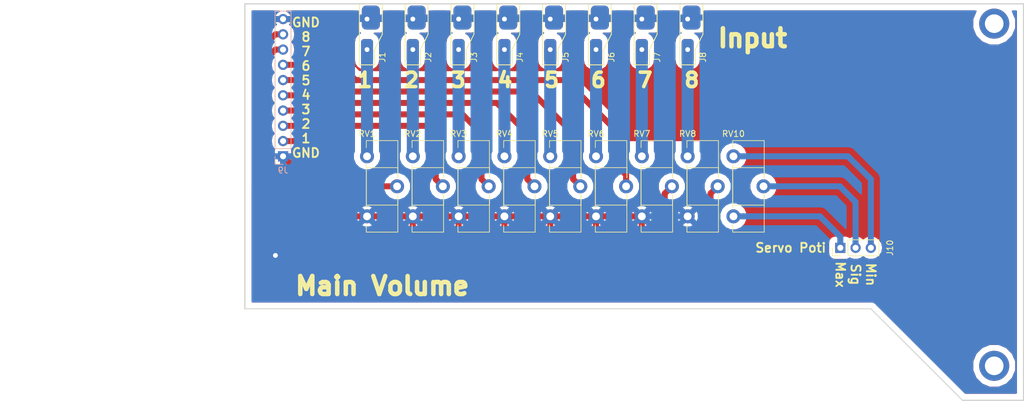
<source format=kicad_pcb>
(kicad_pcb (version 20171130) (host pcbnew 5.0.2-bee76a0~70~ubuntu16.04.1)

  (general
    (thickness 1.6)
    (drawings 19)
    (tracks 107)
    (zones 0)
    (modules 19)
    (nets 21)
  )

  (page A4)
  (layers
    (0 F.Cu signal)
    (31 B.Cu signal)
    (32 B.Adhes user)
    (33 F.Adhes user)
    (34 B.Paste user)
    (35 F.Paste user)
    (36 B.SilkS user)
    (37 F.SilkS user)
    (38 B.Mask user)
    (39 F.Mask user)
    (40 Dwgs.User user)
    (41 Cmts.User user)
    (42 Eco1.User user)
    (43 Eco2.User user)
    (44 Edge.Cuts user)
    (45 Margin user)
    (46 B.CrtYd user)
    (47 F.CrtYd user)
    (48 B.Fab user)
    (49 F.Fab user)
  )

  (setup
    (last_trace_width 1)
    (trace_clearance 0.5)
    (zone_clearance 1)
    (zone_45_only no)
    (trace_min 0.2)
    (segment_width 0.2)
    (edge_width 0.15)
    (via_size 0.8)
    (via_drill 0.4)
    (via_min_size 0.4)
    (via_min_drill 0.3)
    (uvia_size 0.3)
    (uvia_drill 0.1)
    (uvias_allowed no)
    (uvia_min_size 0.2)
    (uvia_min_drill 0.1)
    (pcb_text_width 0.3)
    (pcb_text_size 1.5 1.5)
    (mod_edge_width 0.15)
    (mod_text_size 1 1)
    (mod_text_width 0.15)
    (pad_size 2.34 2.34)
    (pad_drill 1.3)
    (pad_to_mask_clearance 0.051)
    (solder_mask_min_width 0.25)
    (aux_axis_origin 0 0)
    (visible_elements FFFFFF7F)
    (pcbplotparams
      (layerselection 0x010fc_ffffffff)
      (usegerberextensions false)
      (usegerberattributes false)
      (usegerberadvancedattributes false)
      (creategerberjobfile false)
      (excludeedgelayer true)
      (linewidth 0.100000)
      (plotframeref false)
      (viasonmask false)
      (mode 1)
      (useauxorigin false)
      (hpglpennumber 1)
      (hpglpenspeed 20)
      (hpglpendiameter 15.000000)
      (psnegative false)
      (psa4output false)
      (plotreference true)
      (plotvalue true)
      (plotinvisibletext false)
      (padsonsilk false)
      (subtractmaskfromsilk false)
      (outputformat 1)
      (mirror false)
      (drillshape 1)
      (scaleselection 1)
      (outputdirectory ""))
  )

  (net 0 "")
  (net 1 GNDA)
  (net 2 "Net-(J1-Pad2)")
  (net 3 "Net-(J2-Pad2)")
  (net 4 "Net-(J3-Pad2)")
  (net 5 "Net-(J4-Pad2)")
  (net 6 "Net-(J5-Pad2)")
  (net 7 "Net-(J6-Pad2)")
  (net 8 "Net-(J7-Pad2)")
  (net 9 "Net-(J8-Pad2)")
  (net 10 "Net-(J9-Pad2)")
  (net 11 "Net-(J9-Pad3)")
  (net 12 "Net-(J9-Pad4)")
  (net 13 "Net-(J9-Pad5)")
  (net 14 "Net-(J9-Pad6)")
  (net 15 "Net-(J9-Pad7)")
  (net 16 "Net-(J9-Pad8)")
  (net 17 "Net-(J9-Pad9)")
  (net 18 "Net-(J10-Pad1)")
  (net 19 "Net-(J10-Pad2)")
  (net 20 "Net-(J10-Pad3)")

  (net_class Default "This is the default net class."
    (clearance 0.5)
    (trace_width 1)
    (via_dia 0.8)
    (via_drill 0.4)
    (uvia_dia 0.3)
    (uvia_drill 0.1)
    (add_net GNDA)
    (add_net "Net-(J1-Pad2)")
    (add_net "Net-(J10-Pad1)")
    (add_net "Net-(J10-Pad2)")
    (add_net "Net-(J10-Pad3)")
    (add_net "Net-(J2-Pad2)")
    (add_net "Net-(J3-Pad2)")
    (add_net "Net-(J4-Pad2)")
    (add_net "Net-(J5-Pad2)")
    (add_net "Net-(J6-Pad2)")
    (add_net "Net-(J7-Pad2)")
    (add_net "Net-(J8-Pad2)")
    (add_net "Net-(J9-Pad2)")
    (add_net "Net-(J9-Pad3)")
    (add_net "Net-(J9-Pad4)")
    (add_net "Net-(J9-Pad5)")
    (add_net "Net-(J9-Pad6)")
    (add_net "Net-(J9-Pad7)")
    (add_net "Net-(J9-Pad8)")
    (add_net "Net-(J9-Pad9)")
  )

  (module footprints:coax_solder_pad (layer F.Cu) (tedit 5CB1CA80) (tstamp 5CEA5086)
    (at 73.66 15.24 270)
    (path /5CEA9CF8)
    (fp_text reference J1 (at 6.35 -2.54 270) (layer F.SilkS)
      (effects (font (size 1 1) (thickness 0.15)))
    )
    (fp_text value Conn_01x02 (at 3.81 -3.81 270) (layer F.Fab)
      (effects (font (size 1 1) (thickness 0.15)))
    )
    (fp_line (start -2.54 -2.54) (end 2.54 -2.54) (layer F.SilkS) (width 0.15))
    (fp_line (start 2.54 -2.54) (end 5.08 -1.27) (layer F.SilkS) (width 0.15))
    (fp_line (start 5.08 -1.27) (end 7.62 -1.27) (layer F.SilkS) (width 0.15))
    (fp_line (start 7.62 -1.27) (end 7.62 1.27) (layer F.SilkS) (width 0.15))
    (fp_line (start 7.62 1.27) (end -2.54 1.27) (layer F.SilkS) (width 0.15))
    (fp_line (start -2.54 1.27) (end -2.54 -2.54) (layer F.SilkS) (width 0.15))
    (pad 1 thru_hole roundrect (at 0 0 270) (size 4 3) (drill 0.8 (offset -0.254 -0.635)) (layers *.Cu *.Mask) (roundrect_rratio 0.25)
      (net 1 GNDA))
    (pad 2 thru_hole roundrect (at 5.08 0 270) (size 4 2) (drill 0.8 (offset 0.254 0)) (layers *.Cu *.Mask) (roundrect_rratio 0.25)
      (net 2 "Net-(J1-Pad2)"))
  )

  (module footprints:coax_solder_pad (layer F.Cu) (tedit 5CB1CA80) (tstamp 5CEA5092)
    (at 81.28 15.24 270)
    (path /5CEAA6AA)
    (fp_text reference J2 (at 6.35 -2.54 270) (layer F.SilkS)
      (effects (font (size 1 1) (thickness 0.15)))
    )
    (fp_text value Conn_01x02 (at 3.81 -3.81 270) (layer F.Fab)
      (effects (font (size 1 1) (thickness 0.15)))
    )
    (fp_line (start -2.54 1.27) (end -2.54 -2.54) (layer F.SilkS) (width 0.15))
    (fp_line (start 7.62 1.27) (end -2.54 1.27) (layer F.SilkS) (width 0.15))
    (fp_line (start 7.62 -1.27) (end 7.62 1.27) (layer F.SilkS) (width 0.15))
    (fp_line (start 5.08 -1.27) (end 7.62 -1.27) (layer F.SilkS) (width 0.15))
    (fp_line (start 2.54 -2.54) (end 5.08 -1.27) (layer F.SilkS) (width 0.15))
    (fp_line (start -2.54 -2.54) (end 2.54 -2.54) (layer F.SilkS) (width 0.15))
    (pad 2 thru_hole roundrect (at 5.08 0 270) (size 4 2) (drill 0.8 (offset 0.254 0)) (layers *.Cu *.Mask) (roundrect_rratio 0.25)
      (net 3 "Net-(J2-Pad2)"))
    (pad 1 thru_hole roundrect (at 0 0 270) (size 4 3) (drill 0.8 (offset -0.254 -0.635)) (layers *.Cu *.Mask) (roundrect_rratio 0.25)
      (net 1 GNDA))
  )

  (module footprints:coax_solder_pad (layer F.Cu) (tedit 5CB1CA80) (tstamp 5CEA509E)
    (at 88.9 15.24 270)
    (path /5CEAB615)
    (fp_text reference J3 (at 6.35 -2.54 270) (layer F.SilkS)
      (effects (font (size 1 1) (thickness 0.15)))
    )
    (fp_text value Conn_01x02 (at 3.81 -3.81 270) (layer F.Fab)
      (effects (font (size 1 1) (thickness 0.15)))
    )
    (fp_line (start -2.54 -2.54) (end 2.54 -2.54) (layer F.SilkS) (width 0.15))
    (fp_line (start 2.54 -2.54) (end 5.08 -1.27) (layer F.SilkS) (width 0.15))
    (fp_line (start 5.08 -1.27) (end 7.62 -1.27) (layer F.SilkS) (width 0.15))
    (fp_line (start 7.62 -1.27) (end 7.62 1.27) (layer F.SilkS) (width 0.15))
    (fp_line (start 7.62 1.27) (end -2.54 1.27) (layer F.SilkS) (width 0.15))
    (fp_line (start -2.54 1.27) (end -2.54 -2.54) (layer F.SilkS) (width 0.15))
    (pad 1 thru_hole roundrect (at 0 0 270) (size 4 3) (drill 0.8 (offset -0.254 -0.635)) (layers *.Cu *.Mask) (roundrect_rratio 0.25)
      (net 1 GNDA))
    (pad 2 thru_hole roundrect (at 5.08 0 270) (size 4 2) (drill 0.8 (offset 0.254 0)) (layers *.Cu *.Mask) (roundrect_rratio 0.25)
      (net 4 "Net-(J3-Pad2)"))
  )

  (module footprints:coax_solder_pad (layer F.Cu) (tedit 5CB1CA80) (tstamp 5CEA6703)
    (at 96.52 15.24 270)
    (path /5CEABD74)
    (fp_text reference J4 (at 6.35 -2.54 270) (layer F.SilkS)
      (effects (font (size 1 1) (thickness 0.15)))
    )
    (fp_text value Conn_01x02 (at 3.81 -3.81 270) (layer F.Fab)
      (effects (font (size 1 1) (thickness 0.15)))
    )
    (fp_line (start -2.54 1.27) (end -2.54 -2.54) (layer F.SilkS) (width 0.15))
    (fp_line (start 7.62 1.27) (end -2.54 1.27) (layer F.SilkS) (width 0.15))
    (fp_line (start 7.62 -1.27) (end 7.62 1.27) (layer F.SilkS) (width 0.15))
    (fp_line (start 5.08 -1.27) (end 7.62 -1.27) (layer F.SilkS) (width 0.15))
    (fp_line (start 2.54 -2.54) (end 5.08 -1.27) (layer F.SilkS) (width 0.15))
    (fp_line (start -2.54 -2.54) (end 2.54 -2.54) (layer F.SilkS) (width 0.15))
    (pad 2 thru_hole roundrect (at 5.08 0 270) (size 4 2) (drill 0.8 (offset 0.254 0)) (layers *.Cu *.Mask) (roundrect_rratio 0.25)
      (net 5 "Net-(J4-Pad2)"))
    (pad 1 thru_hole roundrect (at 0 0 270) (size 4 3) (drill 0.8 (offset -0.254 -0.635)) (layers *.Cu *.Mask) (roundrect_rratio 0.25)
      (net 1 GNDA))
  )

  (module footprints:coax_solder_pad (layer F.Cu) (tedit 5CB1CA80) (tstamp 5CEA50B6)
    (at 104.14 15.24 270)
    (path /5CEAC4D7)
    (fp_text reference J5 (at 6.35 -2.54 270) (layer F.SilkS)
      (effects (font (size 1 1) (thickness 0.15)))
    )
    (fp_text value Conn_01x02 (at 3.81 -3.81 270) (layer F.Fab)
      (effects (font (size 1 1) (thickness 0.15)))
    )
    (fp_line (start -2.54 -2.54) (end 2.54 -2.54) (layer F.SilkS) (width 0.15))
    (fp_line (start 2.54 -2.54) (end 5.08 -1.27) (layer F.SilkS) (width 0.15))
    (fp_line (start 5.08 -1.27) (end 7.62 -1.27) (layer F.SilkS) (width 0.15))
    (fp_line (start 7.62 -1.27) (end 7.62 1.27) (layer F.SilkS) (width 0.15))
    (fp_line (start 7.62 1.27) (end -2.54 1.27) (layer F.SilkS) (width 0.15))
    (fp_line (start -2.54 1.27) (end -2.54 -2.54) (layer F.SilkS) (width 0.15))
    (pad 1 thru_hole roundrect (at 0 0 270) (size 4 3) (drill 0.8 (offset -0.254 -0.635)) (layers *.Cu *.Mask) (roundrect_rratio 0.25)
      (net 1 GNDA))
    (pad 2 thru_hole roundrect (at 5.08 0 270) (size 4 2) (drill 0.8 (offset 0.254 0)) (layers *.Cu *.Mask) (roundrect_rratio 0.25)
      (net 6 "Net-(J5-Pad2)"))
  )

  (module footprints:coax_solder_pad (layer F.Cu) (tedit 5CB1CA80) (tstamp 5CEA50C2)
    (at 111.76 15.24 270)
    (path /5CEACC54)
    (fp_text reference J6 (at 6.35 -2.54 270) (layer F.SilkS)
      (effects (font (size 1 1) (thickness 0.15)))
    )
    (fp_text value Conn_01x02 (at 3.81 -3.81 270) (layer F.Fab)
      (effects (font (size 1 1) (thickness 0.15)))
    )
    (fp_line (start -2.54 1.27) (end -2.54 -2.54) (layer F.SilkS) (width 0.15))
    (fp_line (start 7.62 1.27) (end -2.54 1.27) (layer F.SilkS) (width 0.15))
    (fp_line (start 7.62 -1.27) (end 7.62 1.27) (layer F.SilkS) (width 0.15))
    (fp_line (start 5.08 -1.27) (end 7.62 -1.27) (layer F.SilkS) (width 0.15))
    (fp_line (start 2.54 -2.54) (end 5.08 -1.27) (layer F.SilkS) (width 0.15))
    (fp_line (start -2.54 -2.54) (end 2.54 -2.54) (layer F.SilkS) (width 0.15))
    (pad 2 thru_hole roundrect (at 5.08 0 270) (size 4 2) (drill 0.8 (offset 0.254 0)) (layers *.Cu *.Mask) (roundrect_rratio 0.25)
      (net 7 "Net-(J6-Pad2)"))
    (pad 1 thru_hole roundrect (at 0 0 270) (size 4 3) (drill 0.8 (offset -0.254 -0.635)) (layers *.Cu *.Mask) (roundrect_rratio 0.25)
      (net 1 GNDA))
  )

  (module footprints:coax_solder_pad (layer F.Cu) (tedit 5CB1CA80) (tstamp 5CEA50CE)
    (at 119.38 15.24 270)
    (path /5CEAD3AB)
    (fp_text reference J7 (at 6.35 -2.54 270) (layer F.SilkS)
      (effects (font (size 1 1) (thickness 0.15)))
    )
    (fp_text value Conn_01x02 (at 3.81 -3.81 270) (layer F.Fab)
      (effects (font (size 1 1) (thickness 0.15)))
    )
    (fp_line (start -2.54 -2.54) (end 2.54 -2.54) (layer F.SilkS) (width 0.15))
    (fp_line (start 2.54 -2.54) (end 5.08 -1.27) (layer F.SilkS) (width 0.15))
    (fp_line (start 5.08 -1.27) (end 7.62 -1.27) (layer F.SilkS) (width 0.15))
    (fp_line (start 7.62 -1.27) (end 7.62 1.27) (layer F.SilkS) (width 0.15))
    (fp_line (start 7.62 1.27) (end -2.54 1.27) (layer F.SilkS) (width 0.15))
    (fp_line (start -2.54 1.27) (end -2.54 -2.54) (layer F.SilkS) (width 0.15))
    (pad 1 thru_hole roundrect (at 0 0 270) (size 4 3) (drill 0.8 (offset -0.254 -0.635)) (layers *.Cu *.Mask) (roundrect_rratio 0.25)
      (net 1 GNDA))
    (pad 2 thru_hole roundrect (at 5.08 0 270) (size 4 2) (drill 0.8 (offset 0.254 0)) (layers *.Cu *.Mask) (roundrect_rratio 0.25)
      (net 8 "Net-(J7-Pad2)"))
  )

  (module footprints:coax_solder_pad (layer F.Cu) (tedit 5CB1CA80) (tstamp 5CEA50DA)
    (at 127 15.24 270)
    (path /5CEADB0E)
    (fp_text reference J8 (at 6.35 -2.54 270) (layer F.SilkS)
      (effects (font (size 1 1) (thickness 0.15)))
    )
    (fp_text value Conn_01x02 (at 3.81 -3.81 270) (layer F.Fab)
      (effects (font (size 1 1) (thickness 0.15)))
    )
    (fp_line (start -2.54 1.27) (end -2.54 -2.54) (layer F.SilkS) (width 0.15))
    (fp_line (start 7.62 1.27) (end -2.54 1.27) (layer F.SilkS) (width 0.15))
    (fp_line (start 7.62 -1.27) (end 7.62 1.27) (layer F.SilkS) (width 0.15))
    (fp_line (start 5.08 -1.27) (end 7.62 -1.27) (layer F.SilkS) (width 0.15))
    (fp_line (start 2.54 -2.54) (end 5.08 -1.27) (layer F.SilkS) (width 0.15))
    (fp_line (start -2.54 -2.54) (end 2.54 -2.54) (layer F.SilkS) (width 0.15))
    (pad 2 thru_hole roundrect (at 5.08 0 270) (size 4 2) (drill 0.8 (offset 0.254 0)) (layers *.Cu *.Mask) (roundrect_rratio 0.25)
      (net 9 "Net-(J8-Pad2)"))
    (pad 1 thru_hole roundrect (at 0 0 270) (size 4 3) (drill 0.8 (offset -0.254 -0.635)) (layers *.Cu *.Mask) (roundrect_rratio 0.25)
      (net 1 GNDA))
  )

  (module Connector_PinHeader_2.54mm:PinHeader_1x10_P2.54mm_Vertical (layer B.Cu) (tedit 59FED5CC) (tstamp 5CEA5E60)
    (at 59.69 38.1)
    (descr "Through hole straight pin header, 1x10, 2.54mm pitch, single row")
    (tags "Through hole pin header THT 1x10 2.54mm single row")
    (path /5CEA4DA9)
    (fp_text reference J9 (at 0 2.33) (layer B.SilkS)
      (effects (font (size 1 1) (thickness 0.15)) (justify mirror))
    )
    (fp_text value Conn_01x10 (at 0 -25.19) (layer B.Fab)
      (effects (font (size 1 1) (thickness 0.15)) (justify mirror))
    )
    (fp_line (start -0.635 1.27) (end 1.27 1.27) (layer B.Fab) (width 0.1))
    (fp_line (start 1.27 1.27) (end 1.27 -24.13) (layer B.Fab) (width 0.1))
    (fp_line (start 1.27 -24.13) (end -1.27 -24.13) (layer B.Fab) (width 0.1))
    (fp_line (start -1.27 -24.13) (end -1.27 0.635) (layer B.Fab) (width 0.1))
    (fp_line (start -1.27 0.635) (end -0.635 1.27) (layer B.Fab) (width 0.1))
    (fp_line (start -1.33 -24.19) (end 1.33 -24.19) (layer B.SilkS) (width 0.12))
    (fp_line (start -1.33 -1.27) (end -1.33 -24.19) (layer B.SilkS) (width 0.12))
    (fp_line (start 1.33 -1.27) (end 1.33 -24.19) (layer B.SilkS) (width 0.12))
    (fp_line (start -1.33 -1.27) (end 1.33 -1.27) (layer B.SilkS) (width 0.12))
    (fp_line (start -1.33 0) (end -1.33 1.33) (layer B.SilkS) (width 0.12))
    (fp_line (start -1.33 1.33) (end 0 1.33) (layer B.SilkS) (width 0.12))
    (fp_line (start -1.8 1.8) (end -1.8 -24.65) (layer B.CrtYd) (width 0.05))
    (fp_line (start -1.8 -24.65) (end 1.8 -24.65) (layer B.CrtYd) (width 0.05))
    (fp_line (start 1.8 -24.65) (end 1.8 1.8) (layer B.CrtYd) (width 0.05))
    (fp_line (start 1.8 1.8) (end -1.8 1.8) (layer B.CrtYd) (width 0.05))
    (fp_text user %R (at 0 -11.43 -90) (layer B.Fab)
      (effects (font (size 1 1) (thickness 0.15)) (justify mirror))
    )
    (pad 1 thru_hole rect (at 0 0) (size 1.7 1.7) (drill 1) (layers *.Cu *.Mask)
      (net 1 GNDA))
    (pad 2 thru_hole oval (at 0 -2.54) (size 1.7 1.7) (drill 1) (layers *.Cu *.Mask)
      (net 10 "Net-(J9-Pad2)"))
    (pad 3 thru_hole oval (at 0 -5.08) (size 1.7 1.7) (drill 1) (layers *.Cu *.Mask)
      (net 11 "Net-(J9-Pad3)"))
    (pad 4 thru_hole oval (at 0 -7.62) (size 1.7 1.7) (drill 1) (layers *.Cu *.Mask)
      (net 12 "Net-(J9-Pad4)"))
    (pad 5 thru_hole oval (at 0 -10.16) (size 1.7 1.7) (drill 1) (layers *.Cu *.Mask)
      (net 13 "Net-(J9-Pad5)"))
    (pad 6 thru_hole oval (at 0 -12.7) (size 1.7 1.7) (drill 1) (layers *.Cu *.Mask)
      (net 14 "Net-(J9-Pad6)"))
    (pad 7 thru_hole oval (at 0 -15.24) (size 1.7 1.7) (drill 1) (layers *.Cu *.Mask)
      (net 15 "Net-(J9-Pad7)"))
    (pad 8 thru_hole oval (at 0 -17.78) (size 1.7 1.7) (drill 1) (layers *.Cu *.Mask)
      (net 16 "Net-(J9-Pad8)"))
    (pad 9 thru_hole oval (at 0 -20.32) (size 1.7 1.7) (drill 1) (layers *.Cu *.Mask)
      (net 17 "Net-(J9-Pad9)"))
    (pad 10 thru_hole oval (at 0 -22.86) (size 1.7 1.7) (drill 1) (layers *.Cu *.Mask)
      (net 1 GNDA))
    (model ${KISYS3DMOD}/Connector_PinHeader_2.54mm.3dshapes/PinHeader_1x10_P2.54mm_Vertical.wrl
      (at (xyz 0 0 0))
      (scale (xyz 1 1 1))
      (rotate (xyz 0 0 0))
    )
  )

  (module Connector_PinHeader_2.54mm:PinHeader_1x03_P2.54mm_Vertical (layer F.Cu) (tedit 59FED5CC) (tstamp 5CEA68B6)
    (at 152.4 53.34 90)
    (descr "Through hole straight pin header, 1x03, 2.54mm pitch, single row")
    (tags "Through hole pin header THT 1x03 2.54mm single row")
    (path /5CEA4A3E)
    (fp_text reference J10 (at 0 8.255 90) (layer F.SilkS)
      (effects (font (size 1 1) (thickness 0.15)))
    )
    (fp_text value Conn_servo (at 0 7.41 90) (layer F.Fab)
      (effects (font (size 1 1) (thickness 0.15)))
    )
    (fp_line (start -0.635 -1.27) (end 1.27 -1.27) (layer F.Fab) (width 0.1))
    (fp_line (start 1.27 -1.27) (end 1.27 6.35) (layer F.Fab) (width 0.1))
    (fp_line (start 1.27 6.35) (end -1.27 6.35) (layer F.Fab) (width 0.1))
    (fp_line (start -1.27 6.35) (end -1.27 -0.635) (layer F.Fab) (width 0.1))
    (fp_line (start -1.27 -0.635) (end -0.635 -1.27) (layer F.Fab) (width 0.1))
    (fp_line (start -1.33 6.41) (end 1.33 6.41) (layer F.SilkS) (width 0.12))
    (fp_line (start -1.33 1.27) (end -1.33 6.41) (layer F.SilkS) (width 0.12))
    (fp_line (start 1.33 1.27) (end 1.33 6.41) (layer F.SilkS) (width 0.12))
    (fp_line (start -1.33 1.27) (end 1.33 1.27) (layer F.SilkS) (width 0.12))
    (fp_line (start -1.33 0) (end -1.33 -1.33) (layer F.SilkS) (width 0.12))
    (fp_line (start -1.33 -1.33) (end 0 -1.33) (layer F.SilkS) (width 0.12))
    (fp_line (start -1.8 -1.8) (end -1.8 6.85) (layer F.CrtYd) (width 0.05))
    (fp_line (start -1.8 6.85) (end 1.8 6.85) (layer F.CrtYd) (width 0.05))
    (fp_line (start 1.8 6.85) (end 1.8 -1.8) (layer F.CrtYd) (width 0.05))
    (fp_line (start 1.8 -1.8) (end -1.8 -1.8) (layer F.CrtYd) (width 0.05))
    (fp_text user %R (at 0 2.54 180) (layer F.Fab)
      (effects (font (size 1 1) (thickness 0.15)))
    )
    (pad 1 thru_hole rect (at 0 0 90) (size 1.7 1.7) (drill 1) (layers *.Cu *.Mask)
      (net 18 "Net-(J10-Pad1)"))
    (pad 2 thru_hole oval (at 0 2.54 90) (size 1.7 1.7) (drill 1) (layers *.Cu *.Mask)
      (net 19 "Net-(J10-Pad2)"))
    (pad 3 thru_hole oval (at 0 5.08 90) (size 1.7 1.7) (drill 1) (layers *.Cu *.Mask)
      (net 20 "Net-(J10-Pad3)"))
    (model ${KISYS3DMOD}/Connector_PinHeader_2.54mm.3dshapes/PinHeader_1x03_P2.54mm_Vertical.wrl
      (at (xyz 0 0 0))
      (scale (xyz 1 1 1))
      (rotate (xyz 0 0 0))
    )
  )

  (module Potentiometer_THT:Potentiometer_Piher_PT-15-H05_Horizontal (layer F.Cu) (tedit 5A3D4994) (tstamp 5CEA512F)
    (at 73.66 38.1)
    (descr "Potentiometer, horizontal, Piher PT-15-H05, http://www.piher-nacesa.com/pdf/14-PT15v03.pdf")
    (tags "Potentiometer horizontal Piher PT-15-H05")
    (path /5CEA489F)
    (fp_text reference RV1 (at 0 -3.75) (layer F.SilkS)
      (effects (font (size 1 1) (thickness 0.15)))
    )
    (fp_text value R_POT (at 0 13.75) (layer F.Fab)
      (effects (font (size 1 1) (thickness 0.15)))
    )
    (fp_line (start 5 -2.5) (end 5 12.5) (layer F.Fab) (width 0.1))
    (fp_line (start 5 12.5) (end 0 12.5) (layer F.Fab) (width 0.1))
    (fp_line (start 0 12.5) (end 0 -2.5) (layer F.Fab) (width 0.1))
    (fp_line (start 0 -2.5) (end 5 -2.5) (layer F.Fab) (width 0.1))
    (fp_line (start 0 2) (end 0 8) (layer F.Fab) (width 0.1))
    (fp_line (start 0 8) (end 5 8) (layer F.Fab) (width 0.1))
    (fp_line (start 5 8) (end 5 2) (layer F.Fab) (width 0.1))
    (fp_line (start 5 2) (end 0 2) (layer F.Fab) (width 0.1))
    (fp_line (start -0.121 -2.62) (end 5.12 -2.62) (layer F.SilkS) (width 0.12))
    (fp_line (start -0.121 12.62) (end 5.12 12.62) (layer F.SilkS) (width 0.12))
    (fp_line (start 5.12 -2.62) (end 5.12 3.575) (layer F.SilkS) (width 0.12))
    (fp_line (start 5.12 6.425) (end 5.12 12.62) (layer F.SilkS) (width 0.12))
    (fp_line (start -0.121 11.425) (end -0.121 12.62) (layer F.SilkS) (width 0.12))
    (fp_line (start -0.121 -2.62) (end -0.121 -1.426) (layer F.SilkS) (width 0.12))
    (fp_line (start -0.121 1.426) (end -0.121 8.575) (layer F.SilkS) (width 0.12))
    (fp_line (start -0.121 1.88) (end 5.12 1.88) (layer F.SilkS) (width 0.12))
    (fp_line (start -0.121 8.121) (end 5.12 8.121) (layer F.SilkS) (width 0.12))
    (fp_line (start -0.121 1.88) (end -0.121 8.121) (layer F.SilkS) (width 0.12))
    (fp_line (start 5.12 1.88) (end 5.12 3.575) (layer F.SilkS) (width 0.12))
    (fp_line (start 5.12 6.425) (end 5.12 8.121) (layer F.SilkS) (width 0.12))
    (fp_line (start -1.45 -2.75) (end -1.45 12.75) (layer F.CrtYd) (width 0.05))
    (fp_line (start -1.45 12.75) (end 6.45 12.75) (layer F.CrtYd) (width 0.05))
    (fp_line (start 6.45 12.75) (end 6.45 -2.75) (layer F.CrtYd) (width 0.05))
    (fp_line (start 6.45 -2.75) (end -1.45 -2.75) (layer F.CrtYd) (width 0.05))
    (fp_text user %R (at 2.5 5) (layer F.Fab)
      (effects (font (size 1 1) (thickness 0.15)))
    )
    (pad 3 thru_hole circle (at 0 10) (size 2.34 2.34) (drill 1.3) (layers *.Cu *.Mask)
      (net 1 GNDA))
    (pad 2 thru_hole circle (at 5 5) (size 2.34 2.34) (drill 1.3) (layers *.Cu *.Mask)
      (net 10 "Net-(J9-Pad2)"))
    (pad 1 thru_hole circle (at 0 0) (size 2.34 2.34) (drill 1.3) (layers *.Cu *.Mask)
      (net 2 "Net-(J1-Pad2)"))
    (model ${KISYS3DMOD}/Potentiometer_THT.3dshapes/Potentiometer_Piher_PT-15-H05_Horizontal.wrl
      (at (xyz 0 0 0))
      (scale (xyz 1 1 1))
      (rotate (xyz 0 0 0))
    )
  )

  (module Potentiometer_THT:Potentiometer_Piher_PT-15-H05_Horizontal (layer F.Cu) (tedit 5A3D4994) (tstamp 5CEA514F)
    (at 81.28 38.1)
    (descr "Potentiometer, horizontal, Piher PT-15-H05, http://www.piher-nacesa.com/pdf/14-PT15v03.pdf")
    (tags "Potentiometer horizontal Piher PT-15-H05")
    (path /5CEA509A)
    (fp_text reference RV2 (at 0 -3.75) (layer F.SilkS)
      (effects (font (size 1 1) (thickness 0.15)))
    )
    (fp_text value R_POT (at 0 13.75) (layer F.Fab)
      (effects (font (size 1 1) (thickness 0.15)))
    )
    (fp_text user %R (at 2.5 5) (layer F.Fab)
      (effects (font (size 1 1) (thickness 0.15)))
    )
    (fp_line (start 6.45 -2.75) (end -1.45 -2.75) (layer F.CrtYd) (width 0.05))
    (fp_line (start 6.45 12.75) (end 6.45 -2.75) (layer F.CrtYd) (width 0.05))
    (fp_line (start -1.45 12.75) (end 6.45 12.75) (layer F.CrtYd) (width 0.05))
    (fp_line (start -1.45 -2.75) (end -1.45 12.75) (layer F.CrtYd) (width 0.05))
    (fp_line (start 5.12 6.425) (end 5.12 8.121) (layer F.SilkS) (width 0.12))
    (fp_line (start 5.12 1.88) (end 5.12 3.575) (layer F.SilkS) (width 0.12))
    (fp_line (start -0.121 1.88) (end -0.121 8.121) (layer F.SilkS) (width 0.12))
    (fp_line (start -0.121 8.121) (end 5.12 8.121) (layer F.SilkS) (width 0.12))
    (fp_line (start -0.121 1.88) (end 5.12 1.88) (layer F.SilkS) (width 0.12))
    (fp_line (start -0.121 1.426) (end -0.121 8.575) (layer F.SilkS) (width 0.12))
    (fp_line (start -0.121 -2.62) (end -0.121 -1.426) (layer F.SilkS) (width 0.12))
    (fp_line (start -0.121 11.425) (end -0.121 12.62) (layer F.SilkS) (width 0.12))
    (fp_line (start 5.12 6.425) (end 5.12 12.62) (layer F.SilkS) (width 0.12))
    (fp_line (start 5.12 -2.62) (end 5.12 3.575) (layer F.SilkS) (width 0.12))
    (fp_line (start -0.121 12.62) (end 5.12 12.62) (layer F.SilkS) (width 0.12))
    (fp_line (start -0.121 -2.62) (end 5.12 -2.62) (layer F.SilkS) (width 0.12))
    (fp_line (start 5 2) (end 0 2) (layer F.Fab) (width 0.1))
    (fp_line (start 5 8) (end 5 2) (layer F.Fab) (width 0.1))
    (fp_line (start 0 8) (end 5 8) (layer F.Fab) (width 0.1))
    (fp_line (start 0 2) (end 0 8) (layer F.Fab) (width 0.1))
    (fp_line (start 0 -2.5) (end 5 -2.5) (layer F.Fab) (width 0.1))
    (fp_line (start 0 12.5) (end 0 -2.5) (layer F.Fab) (width 0.1))
    (fp_line (start 5 12.5) (end 0 12.5) (layer F.Fab) (width 0.1))
    (fp_line (start 5 -2.5) (end 5 12.5) (layer F.Fab) (width 0.1))
    (pad 1 thru_hole circle (at 0 0) (size 2.34 2.34) (drill 1.3) (layers *.Cu *.Mask)
      (net 3 "Net-(J2-Pad2)"))
    (pad 2 thru_hole circle (at 5 5) (size 2.34 2.34) (drill 1.3) (layers *.Cu *.Mask)
      (net 11 "Net-(J9-Pad3)"))
    (pad 3 thru_hole circle (at 0 10) (size 2.34 2.34) (drill 1.3) (layers *.Cu *.Mask)
      (net 1 GNDA))
    (model ${KISYS3DMOD}/Potentiometer_THT.3dshapes/Potentiometer_Piher_PT-15-H05_Horizontal.wrl
      (at (xyz 0 0 0))
      (scale (xyz 1 1 1))
      (rotate (xyz 0 0 0))
    )
  )

  (module Potentiometer_THT:Potentiometer_Piher_PT-15-H05_Horizontal (layer F.Cu) (tedit 5A3D4994) (tstamp 5CEA516F)
    (at 88.9 38.1)
    (descr "Potentiometer, horizontal, Piher PT-15-H05, http://www.piher-nacesa.com/pdf/14-PT15v03.pdf")
    (tags "Potentiometer horizontal Piher PT-15-H05")
    (path /5CEA51E9)
    (fp_text reference RV3 (at 0 -3.75) (layer F.SilkS)
      (effects (font (size 1 1) (thickness 0.15)))
    )
    (fp_text value R_POT (at 0 13.75) (layer F.Fab)
      (effects (font (size 1 1) (thickness 0.15)))
    )
    (fp_line (start 5 -2.5) (end 5 12.5) (layer F.Fab) (width 0.1))
    (fp_line (start 5 12.5) (end 0 12.5) (layer F.Fab) (width 0.1))
    (fp_line (start 0 12.5) (end 0 -2.5) (layer F.Fab) (width 0.1))
    (fp_line (start 0 -2.5) (end 5 -2.5) (layer F.Fab) (width 0.1))
    (fp_line (start 0 2) (end 0 8) (layer F.Fab) (width 0.1))
    (fp_line (start 0 8) (end 5 8) (layer F.Fab) (width 0.1))
    (fp_line (start 5 8) (end 5 2) (layer F.Fab) (width 0.1))
    (fp_line (start 5 2) (end 0 2) (layer F.Fab) (width 0.1))
    (fp_line (start -0.121 -2.62) (end 5.12 -2.62) (layer F.SilkS) (width 0.12))
    (fp_line (start -0.121 12.62) (end 5.12 12.62) (layer F.SilkS) (width 0.12))
    (fp_line (start 5.12 -2.62) (end 5.12 3.575) (layer F.SilkS) (width 0.12))
    (fp_line (start 5.12 6.425) (end 5.12 12.62) (layer F.SilkS) (width 0.12))
    (fp_line (start -0.121 11.425) (end -0.121 12.62) (layer F.SilkS) (width 0.12))
    (fp_line (start -0.121 -2.62) (end -0.121 -1.426) (layer F.SilkS) (width 0.12))
    (fp_line (start -0.121 1.426) (end -0.121 8.575) (layer F.SilkS) (width 0.12))
    (fp_line (start -0.121 1.88) (end 5.12 1.88) (layer F.SilkS) (width 0.12))
    (fp_line (start -0.121 8.121) (end 5.12 8.121) (layer F.SilkS) (width 0.12))
    (fp_line (start -0.121 1.88) (end -0.121 8.121) (layer F.SilkS) (width 0.12))
    (fp_line (start 5.12 1.88) (end 5.12 3.575) (layer F.SilkS) (width 0.12))
    (fp_line (start 5.12 6.425) (end 5.12 8.121) (layer F.SilkS) (width 0.12))
    (fp_line (start -1.45 -2.75) (end -1.45 12.75) (layer F.CrtYd) (width 0.05))
    (fp_line (start -1.45 12.75) (end 6.45 12.75) (layer F.CrtYd) (width 0.05))
    (fp_line (start 6.45 12.75) (end 6.45 -2.75) (layer F.CrtYd) (width 0.05))
    (fp_line (start 6.45 -2.75) (end -1.45 -2.75) (layer F.CrtYd) (width 0.05))
    (fp_text user %R (at 2.5 5) (layer F.Fab)
      (effects (font (size 1 1) (thickness 0.15)))
    )
    (pad 3 thru_hole circle (at 0 10) (size 2.34 2.34) (drill 1.3) (layers *.Cu *.Mask)
      (net 1 GNDA))
    (pad 2 thru_hole circle (at 5 5) (size 2.34 2.34) (drill 1.3) (layers *.Cu *.Mask)
      (net 12 "Net-(J9-Pad4)"))
    (pad 1 thru_hole circle (at 0 0) (size 2.34 2.34) (drill 1.3) (layers *.Cu *.Mask)
      (net 4 "Net-(J3-Pad2)"))
    (model ${KISYS3DMOD}/Potentiometer_THT.3dshapes/Potentiometer_Piher_PT-15-H05_Horizontal.wrl
      (at (xyz 0 0 0))
      (scale (xyz 1 1 1))
      (rotate (xyz 0 0 0))
    )
  )

  (module Potentiometer_THT:Potentiometer_Piher_PT-15-H05_Horizontal (layer F.Cu) (tedit 5A3D4994) (tstamp 5CEA518F)
    (at 96.52 38.1)
    (descr "Potentiometer, horizontal, Piher PT-15-H05, http://www.piher-nacesa.com/pdf/14-PT15v03.pdf")
    (tags "Potentiometer horizontal Piher PT-15-H05")
    (path /5CEA51F7)
    (fp_text reference RV4 (at 0 -3.75) (layer F.SilkS)
      (effects (font (size 1 1) (thickness 0.15)))
    )
    (fp_text value R_POT (at 0 13.75) (layer F.Fab)
      (effects (font (size 1 1) (thickness 0.15)))
    )
    (fp_text user %R (at 2.5 5) (layer F.Fab)
      (effects (font (size 1 1) (thickness 0.15)))
    )
    (fp_line (start 6.45 -2.75) (end -1.45 -2.75) (layer F.CrtYd) (width 0.05))
    (fp_line (start 6.45 12.75) (end 6.45 -2.75) (layer F.CrtYd) (width 0.05))
    (fp_line (start -1.45 12.75) (end 6.45 12.75) (layer F.CrtYd) (width 0.05))
    (fp_line (start -1.45 -2.75) (end -1.45 12.75) (layer F.CrtYd) (width 0.05))
    (fp_line (start 5.12 6.425) (end 5.12 8.121) (layer F.SilkS) (width 0.12))
    (fp_line (start 5.12 1.88) (end 5.12 3.575) (layer F.SilkS) (width 0.12))
    (fp_line (start -0.121 1.88) (end -0.121 8.121) (layer F.SilkS) (width 0.12))
    (fp_line (start -0.121 8.121) (end 5.12 8.121) (layer F.SilkS) (width 0.12))
    (fp_line (start -0.121 1.88) (end 5.12 1.88) (layer F.SilkS) (width 0.12))
    (fp_line (start -0.121 1.426) (end -0.121 8.575) (layer F.SilkS) (width 0.12))
    (fp_line (start -0.121 -2.62) (end -0.121 -1.426) (layer F.SilkS) (width 0.12))
    (fp_line (start -0.121 11.425) (end -0.121 12.62) (layer F.SilkS) (width 0.12))
    (fp_line (start 5.12 6.425) (end 5.12 12.62) (layer F.SilkS) (width 0.12))
    (fp_line (start 5.12 -2.62) (end 5.12 3.575) (layer F.SilkS) (width 0.12))
    (fp_line (start -0.121 12.62) (end 5.12 12.62) (layer F.SilkS) (width 0.12))
    (fp_line (start -0.121 -2.62) (end 5.12 -2.62) (layer F.SilkS) (width 0.12))
    (fp_line (start 5 2) (end 0 2) (layer F.Fab) (width 0.1))
    (fp_line (start 5 8) (end 5 2) (layer F.Fab) (width 0.1))
    (fp_line (start 0 8) (end 5 8) (layer F.Fab) (width 0.1))
    (fp_line (start 0 2) (end 0 8) (layer F.Fab) (width 0.1))
    (fp_line (start 0 -2.5) (end 5 -2.5) (layer F.Fab) (width 0.1))
    (fp_line (start 0 12.5) (end 0 -2.5) (layer F.Fab) (width 0.1))
    (fp_line (start 5 12.5) (end 0 12.5) (layer F.Fab) (width 0.1))
    (fp_line (start 5 -2.5) (end 5 12.5) (layer F.Fab) (width 0.1))
    (pad 1 thru_hole circle (at 0 0) (size 2.34 2.34) (drill 1.3) (layers *.Cu *.Mask)
      (net 5 "Net-(J4-Pad2)"))
    (pad 2 thru_hole circle (at 5 5) (size 2.34 2.34) (drill 1.3) (layers *.Cu *.Mask)
      (net 13 "Net-(J9-Pad5)"))
    (pad 3 thru_hole circle (at 0 10) (size 2.34 2.34) (drill 1.3) (layers *.Cu *.Mask)
      (net 1 GNDA))
    (model ${KISYS3DMOD}/Potentiometer_THT.3dshapes/Potentiometer_Piher_PT-15-H05_Horizontal.wrl
      (at (xyz 0 0 0))
      (scale (xyz 1 1 1))
      (rotate (xyz 0 0 0))
    )
  )

  (module Potentiometer_THT:Potentiometer_Piher_PT-15-H05_Horizontal (layer F.Cu) (tedit 5A3D4994) (tstamp 5CEA51AF)
    (at 104.14 38.1)
    (descr "Potentiometer, horizontal, Piher PT-15-H05, http://www.piher-nacesa.com/pdf/14-PT15v03.pdf")
    (tags "Potentiometer horizontal Piher PT-15-H05")
    (path /5CEA53CE)
    (fp_text reference RV5 (at 0 -3.75) (layer F.SilkS)
      (effects (font (size 1 1) (thickness 0.15)))
    )
    (fp_text value R_POT (at 0 13.75) (layer F.Fab)
      (effects (font (size 1 1) (thickness 0.15)))
    )
    (fp_line (start 5 -2.5) (end 5 12.5) (layer F.Fab) (width 0.1))
    (fp_line (start 5 12.5) (end 0 12.5) (layer F.Fab) (width 0.1))
    (fp_line (start 0 12.5) (end 0 -2.5) (layer F.Fab) (width 0.1))
    (fp_line (start 0 -2.5) (end 5 -2.5) (layer F.Fab) (width 0.1))
    (fp_line (start 0 2) (end 0 8) (layer F.Fab) (width 0.1))
    (fp_line (start 0 8) (end 5 8) (layer F.Fab) (width 0.1))
    (fp_line (start 5 8) (end 5 2) (layer F.Fab) (width 0.1))
    (fp_line (start 5 2) (end 0 2) (layer F.Fab) (width 0.1))
    (fp_line (start -0.121 -2.62) (end 5.12 -2.62) (layer F.SilkS) (width 0.12))
    (fp_line (start -0.121 12.62) (end 5.12 12.62) (layer F.SilkS) (width 0.12))
    (fp_line (start 5.12 -2.62) (end 5.12 3.575) (layer F.SilkS) (width 0.12))
    (fp_line (start 5.12 6.425) (end 5.12 12.62) (layer F.SilkS) (width 0.12))
    (fp_line (start -0.121 11.425) (end -0.121 12.62) (layer F.SilkS) (width 0.12))
    (fp_line (start -0.121 -2.62) (end -0.121 -1.426) (layer F.SilkS) (width 0.12))
    (fp_line (start -0.121 1.426) (end -0.121 8.575) (layer F.SilkS) (width 0.12))
    (fp_line (start -0.121 1.88) (end 5.12 1.88) (layer F.SilkS) (width 0.12))
    (fp_line (start -0.121 8.121) (end 5.12 8.121) (layer F.SilkS) (width 0.12))
    (fp_line (start -0.121 1.88) (end -0.121 8.121) (layer F.SilkS) (width 0.12))
    (fp_line (start 5.12 1.88) (end 5.12 3.575) (layer F.SilkS) (width 0.12))
    (fp_line (start 5.12 6.425) (end 5.12 8.121) (layer F.SilkS) (width 0.12))
    (fp_line (start -1.45 -2.75) (end -1.45 12.75) (layer F.CrtYd) (width 0.05))
    (fp_line (start -1.45 12.75) (end 6.45 12.75) (layer F.CrtYd) (width 0.05))
    (fp_line (start 6.45 12.75) (end 6.45 -2.75) (layer F.CrtYd) (width 0.05))
    (fp_line (start 6.45 -2.75) (end -1.45 -2.75) (layer F.CrtYd) (width 0.05))
    (fp_text user %R (at 2.5 5) (layer F.Fab)
      (effects (font (size 1 1) (thickness 0.15)))
    )
    (pad 3 thru_hole circle (at 0 10) (size 2.34 2.34) (drill 1.3) (layers *.Cu *.Mask)
      (net 1 GNDA))
    (pad 2 thru_hole circle (at 5 5) (size 2.34 2.34) (drill 1.3) (layers *.Cu *.Mask)
      (net 14 "Net-(J9-Pad6)"))
    (pad 1 thru_hole circle (at 0 0) (size 2.34 2.34) (drill 1.3) (layers *.Cu *.Mask)
      (net 6 "Net-(J5-Pad2)"))
    (model ${KISYS3DMOD}/Potentiometer_THT.3dshapes/Potentiometer_Piher_PT-15-H05_Horizontal.wrl
      (at (xyz 0 0 0))
      (scale (xyz 1 1 1))
      (rotate (xyz 0 0 0))
    )
  )

  (module Potentiometer_THT:Potentiometer_Piher_PT-15-H05_Horizontal (layer F.Cu) (tedit 5A3D4994) (tstamp 5CEA51CF)
    (at 111.76 38.1)
    (descr "Potentiometer, horizontal, Piher PT-15-H05, http://www.piher-nacesa.com/pdf/14-PT15v03.pdf")
    (tags "Potentiometer horizontal Piher PT-15-H05")
    (path /5CEA53DC)
    (fp_text reference RV6 (at 0 -3.75) (layer F.SilkS)
      (effects (font (size 1 1) (thickness 0.15)))
    )
    (fp_text value R_POT (at 0 13.75) (layer F.Fab)
      (effects (font (size 1 1) (thickness 0.15)))
    )
    (fp_text user %R (at 2.5 5) (layer F.Fab)
      (effects (font (size 1 1) (thickness 0.15)))
    )
    (fp_line (start 6.45 -2.75) (end -1.45 -2.75) (layer F.CrtYd) (width 0.05))
    (fp_line (start 6.45 12.75) (end 6.45 -2.75) (layer F.CrtYd) (width 0.05))
    (fp_line (start -1.45 12.75) (end 6.45 12.75) (layer F.CrtYd) (width 0.05))
    (fp_line (start -1.45 -2.75) (end -1.45 12.75) (layer F.CrtYd) (width 0.05))
    (fp_line (start 5.12 6.425) (end 5.12 8.121) (layer F.SilkS) (width 0.12))
    (fp_line (start 5.12 1.88) (end 5.12 3.575) (layer F.SilkS) (width 0.12))
    (fp_line (start -0.121 1.88) (end -0.121 8.121) (layer F.SilkS) (width 0.12))
    (fp_line (start -0.121 8.121) (end 5.12 8.121) (layer F.SilkS) (width 0.12))
    (fp_line (start -0.121 1.88) (end 5.12 1.88) (layer F.SilkS) (width 0.12))
    (fp_line (start -0.121 1.426) (end -0.121 8.575) (layer F.SilkS) (width 0.12))
    (fp_line (start -0.121 -2.62) (end -0.121 -1.426) (layer F.SilkS) (width 0.12))
    (fp_line (start -0.121 11.425) (end -0.121 12.62) (layer F.SilkS) (width 0.12))
    (fp_line (start 5.12 6.425) (end 5.12 12.62) (layer F.SilkS) (width 0.12))
    (fp_line (start 5.12 -2.62) (end 5.12 3.575) (layer F.SilkS) (width 0.12))
    (fp_line (start -0.121 12.62) (end 5.12 12.62) (layer F.SilkS) (width 0.12))
    (fp_line (start -0.121 -2.62) (end 5.12 -2.62) (layer F.SilkS) (width 0.12))
    (fp_line (start 5 2) (end 0 2) (layer F.Fab) (width 0.1))
    (fp_line (start 5 8) (end 5 2) (layer F.Fab) (width 0.1))
    (fp_line (start 0 8) (end 5 8) (layer F.Fab) (width 0.1))
    (fp_line (start 0 2) (end 0 8) (layer F.Fab) (width 0.1))
    (fp_line (start 0 -2.5) (end 5 -2.5) (layer F.Fab) (width 0.1))
    (fp_line (start 0 12.5) (end 0 -2.5) (layer F.Fab) (width 0.1))
    (fp_line (start 5 12.5) (end 0 12.5) (layer F.Fab) (width 0.1))
    (fp_line (start 5 -2.5) (end 5 12.5) (layer F.Fab) (width 0.1))
    (pad 1 thru_hole circle (at 0 0) (size 2.34 2.34) (drill 1.3) (layers *.Cu *.Mask)
      (net 7 "Net-(J6-Pad2)"))
    (pad 2 thru_hole circle (at 5 5) (size 2.34 2.34) (drill 1.3) (layers *.Cu *.Mask)
      (net 15 "Net-(J9-Pad7)"))
    (pad 3 thru_hole circle (at 0 10) (size 2.34 2.34) (drill 1.3) (layers *.Cu *.Mask)
      (net 1 GNDA))
    (model ${KISYS3DMOD}/Potentiometer_THT.3dshapes/Potentiometer_Piher_PT-15-H05_Horizontal.wrl
      (at (xyz 0 0 0))
      (scale (xyz 1 1 1))
      (rotate (xyz 0 0 0))
    )
  )

  (module Potentiometer_THT:Potentiometer_Piher_PT-15-H05_Horizontal (layer F.Cu) (tedit 5A3D4994) (tstamp 5CEA51EF)
    (at 119.38 38.1)
    (descr "Potentiometer, horizontal, Piher PT-15-H05, http://www.piher-nacesa.com/pdf/14-PT15v03.pdf")
    (tags "Potentiometer horizontal Piher PT-15-H05")
    (path /5CEA53EA)
    (fp_text reference RV7 (at 0 -3.75) (layer F.SilkS)
      (effects (font (size 1 1) (thickness 0.15)))
    )
    (fp_text value R_POT (at 0 13.75) (layer F.Fab)
      (effects (font (size 1 1) (thickness 0.15)))
    )
    (fp_line (start 5 -2.5) (end 5 12.5) (layer F.Fab) (width 0.1))
    (fp_line (start 5 12.5) (end 0 12.5) (layer F.Fab) (width 0.1))
    (fp_line (start 0 12.5) (end 0 -2.5) (layer F.Fab) (width 0.1))
    (fp_line (start 0 -2.5) (end 5 -2.5) (layer F.Fab) (width 0.1))
    (fp_line (start 0 2) (end 0 8) (layer F.Fab) (width 0.1))
    (fp_line (start 0 8) (end 5 8) (layer F.Fab) (width 0.1))
    (fp_line (start 5 8) (end 5 2) (layer F.Fab) (width 0.1))
    (fp_line (start 5 2) (end 0 2) (layer F.Fab) (width 0.1))
    (fp_line (start -0.121 -2.62) (end 5.12 -2.62) (layer F.SilkS) (width 0.12))
    (fp_line (start -0.121 12.62) (end 5.12 12.62) (layer F.SilkS) (width 0.12))
    (fp_line (start 5.12 -2.62) (end 5.12 3.575) (layer F.SilkS) (width 0.12))
    (fp_line (start 5.12 6.425) (end 5.12 12.62) (layer F.SilkS) (width 0.12))
    (fp_line (start -0.121 11.425) (end -0.121 12.62) (layer F.SilkS) (width 0.12))
    (fp_line (start -0.121 -2.62) (end -0.121 -1.426) (layer F.SilkS) (width 0.12))
    (fp_line (start -0.121 1.426) (end -0.121 8.575) (layer F.SilkS) (width 0.12))
    (fp_line (start -0.121 1.88) (end 5.12 1.88) (layer F.SilkS) (width 0.12))
    (fp_line (start -0.121 8.121) (end 5.12 8.121) (layer F.SilkS) (width 0.12))
    (fp_line (start -0.121 1.88) (end -0.121 8.121) (layer F.SilkS) (width 0.12))
    (fp_line (start 5.12 1.88) (end 5.12 3.575) (layer F.SilkS) (width 0.12))
    (fp_line (start 5.12 6.425) (end 5.12 8.121) (layer F.SilkS) (width 0.12))
    (fp_line (start -1.45 -2.75) (end -1.45 12.75) (layer F.CrtYd) (width 0.05))
    (fp_line (start -1.45 12.75) (end 6.45 12.75) (layer F.CrtYd) (width 0.05))
    (fp_line (start 6.45 12.75) (end 6.45 -2.75) (layer F.CrtYd) (width 0.05))
    (fp_line (start 6.45 -2.75) (end -1.45 -2.75) (layer F.CrtYd) (width 0.05))
    (fp_text user %R (at 2.5 5) (layer F.Fab)
      (effects (font (size 1 1) (thickness 0.15)))
    )
    (pad 3 thru_hole circle (at 0 10) (size 2.34 2.34) (drill 1.3) (layers *.Cu *.Mask)
      (net 1 GNDA))
    (pad 2 thru_hole circle (at 5 5) (size 2.34 2.34) (drill 1.3) (layers *.Cu *.Mask)
      (net 16 "Net-(J9-Pad8)"))
    (pad 1 thru_hole circle (at 0 0) (size 2.34 2.34) (drill 1.3) (layers *.Cu *.Mask)
      (net 8 "Net-(J7-Pad2)"))
    (model ${KISYS3DMOD}/Potentiometer_THT.3dshapes/Potentiometer_Piher_PT-15-H05_Horizontal.wrl
      (at (xyz 0 0 0))
      (scale (xyz 1 1 1))
      (rotate (xyz 0 0 0))
    )
  )

  (module Potentiometer_THT:Potentiometer_Piher_PT-15-H05_Horizontal (layer F.Cu) (tedit 5A3D4994) (tstamp 5CEA520F)
    (at 127 38.1)
    (descr "Potentiometer, horizontal, Piher PT-15-H05, http://www.piher-nacesa.com/pdf/14-PT15v03.pdf")
    (tags "Potentiometer horizontal Piher PT-15-H05")
    (path /5CEA53F8)
    (fp_text reference RV8 (at 0 -3.75) (layer F.SilkS)
      (effects (font (size 1 1) (thickness 0.15)))
    )
    (fp_text value R_POT (at 0 13.75) (layer F.Fab)
      (effects (font (size 1 1) (thickness 0.15)))
    )
    (fp_text user %R (at 2.5 5) (layer F.Fab)
      (effects (font (size 1 1) (thickness 0.15)))
    )
    (fp_line (start 6.45 -2.75) (end -1.45 -2.75) (layer F.CrtYd) (width 0.05))
    (fp_line (start 6.45 12.75) (end 6.45 -2.75) (layer F.CrtYd) (width 0.05))
    (fp_line (start -1.45 12.75) (end 6.45 12.75) (layer F.CrtYd) (width 0.05))
    (fp_line (start -1.45 -2.75) (end -1.45 12.75) (layer F.CrtYd) (width 0.05))
    (fp_line (start 5.12 6.425) (end 5.12 8.121) (layer F.SilkS) (width 0.12))
    (fp_line (start 5.12 1.88) (end 5.12 3.575) (layer F.SilkS) (width 0.12))
    (fp_line (start -0.121 1.88) (end -0.121 8.121) (layer F.SilkS) (width 0.12))
    (fp_line (start -0.121 8.121) (end 5.12 8.121) (layer F.SilkS) (width 0.12))
    (fp_line (start -0.121 1.88) (end 5.12 1.88) (layer F.SilkS) (width 0.12))
    (fp_line (start -0.121 1.426) (end -0.121 8.575) (layer F.SilkS) (width 0.12))
    (fp_line (start -0.121 -2.62) (end -0.121 -1.426) (layer F.SilkS) (width 0.12))
    (fp_line (start -0.121 11.425) (end -0.121 12.62) (layer F.SilkS) (width 0.12))
    (fp_line (start 5.12 6.425) (end 5.12 12.62) (layer F.SilkS) (width 0.12))
    (fp_line (start 5.12 -2.62) (end 5.12 3.575) (layer F.SilkS) (width 0.12))
    (fp_line (start -0.121 12.62) (end 5.12 12.62) (layer F.SilkS) (width 0.12))
    (fp_line (start -0.121 -2.62) (end 5.12 -2.62) (layer F.SilkS) (width 0.12))
    (fp_line (start 5 2) (end 0 2) (layer F.Fab) (width 0.1))
    (fp_line (start 5 8) (end 5 2) (layer F.Fab) (width 0.1))
    (fp_line (start 0 8) (end 5 8) (layer F.Fab) (width 0.1))
    (fp_line (start 0 2) (end 0 8) (layer F.Fab) (width 0.1))
    (fp_line (start 0 -2.5) (end 5 -2.5) (layer F.Fab) (width 0.1))
    (fp_line (start 0 12.5) (end 0 -2.5) (layer F.Fab) (width 0.1))
    (fp_line (start 5 12.5) (end 0 12.5) (layer F.Fab) (width 0.1))
    (fp_line (start 5 -2.5) (end 5 12.5) (layer F.Fab) (width 0.1))
    (pad 1 thru_hole circle (at 0 0) (size 2.34 2.34) (drill 1.3) (layers *.Cu *.Mask)
      (net 9 "Net-(J8-Pad2)"))
    (pad 2 thru_hole circle (at 5 5) (size 2.34 2.34) (drill 1.3) (layers *.Cu *.Mask)
      (net 17 "Net-(J9-Pad9)"))
    (pad 3 thru_hole circle (at 0 10) (size 2.34 2.34) (drill 1.3) (layers *.Cu *.Mask)
      (net 1 GNDA))
    (model ${KISYS3DMOD}/Potentiometer_THT.3dshapes/Potentiometer_Piher_PT-15-H05_Horizontal.wrl
      (at (xyz 0 0 0))
      (scale (xyz 1 1 1))
      (rotate (xyz 0 0 0))
    )
  )

  (module Potentiometer_THT:Potentiometer_Piher_PT-15-H05_Horizontal (layer F.Cu) (tedit 5A3D4994) (tstamp 5CEA5B55)
    (at 134.62 38.1)
    (descr "Potentiometer, horizontal, Piher PT-15-H05, http://www.piher-nacesa.com/pdf/14-PT15v03.pdf")
    (tags "Potentiometer horizontal Piher PT-15-H05")
    (path /5CEA481A)
    (fp_text reference RV10 (at 0 -3.75) (layer F.SilkS)
      (effects (font (size 1 1) (thickness 0.15)))
    )
    (fp_text value R_POT (at 0 13.75) (layer F.Fab)
      (effects (font (size 1 1) (thickness 0.15)))
    )
    (fp_line (start 5 -2.5) (end 5 12.5) (layer F.Fab) (width 0.1))
    (fp_line (start 5 12.5) (end 0 12.5) (layer F.Fab) (width 0.1))
    (fp_line (start 0 12.5) (end 0 -2.5) (layer F.Fab) (width 0.1))
    (fp_line (start 0 -2.5) (end 5 -2.5) (layer F.Fab) (width 0.1))
    (fp_line (start 0 2) (end 0 8) (layer F.Fab) (width 0.1))
    (fp_line (start 0 8) (end 5 8) (layer F.Fab) (width 0.1))
    (fp_line (start 5 8) (end 5 2) (layer F.Fab) (width 0.1))
    (fp_line (start 5 2) (end 0 2) (layer F.Fab) (width 0.1))
    (fp_line (start -0.121 -2.62) (end 5.12 -2.62) (layer F.SilkS) (width 0.12))
    (fp_line (start -0.121 12.62) (end 5.12 12.62) (layer F.SilkS) (width 0.12))
    (fp_line (start 5.12 -2.62) (end 5.12 3.575) (layer F.SilkS) (width 0.12))
    (fp_line (start 5.12 6.425) (end 5.12 12.62) (layer F.SilkS) (width 0.12))
    (fp_line (start -0.121 11.425) (end -0.121 12.62) (layer F.SilkS) (width 0.12))
    (fp_line (start -0.121 -2.62) (end -0.121 -1.426) (layer F.SilkS) (width 0.12))
    (fp_line (start -0.121 1.426) (end -0.121 8.575) (layer F.SilkS) (width 0.12))
    (fp_line (start -0.121 1.88) (end 5.12 1.88) (layer F.SilkS) (width 0.12))
    (fp_line (start -0.121 8.121) (end 5.12 8.121) (layer F.SilkS) (width 0.12))
    (fp_line (start -0.121 1.88) (end -0.121 8.121) (layer F.SilkS) (width 0.12))
    (fp_line (start 5.12 1.88) (end 5.12 3.575) (layer F.SilkS) (width 0.12))
    (fp_line (start 5.12 6.425) (end 5.12 8.121) (layer F.SilkS) (width 0.12))
    (fp_line (start -1.45 -2.75) (end -1.45 12.75) (layer F.CrtYd) (width 0.05))
    (fp_line (start -1.45 12.75) (end 6.45 12.75) (layer F.CrtYd) (width 0.05))
    (fp_line (start 6.45 12.75) (end 6.45 -2.75) (layer F.CrtYd) (width 0.05))
    (fp_line (start 6.45 -2.75) (end -1.45 -2.75) (layer F.CrtYd) (width 0.05))
    (fp_text user %R (at 2.5 5) (layer F.Fab)
      (effects (font (size 1 1) (thickness 0.15)))
    )
    (pad 3 thru_hole circle (at 0 10) (size 2.34 2.34) (drill 1.3) (layers *.Cu *.Mask)
      (net 18 "Net-(J10-Pad1)"))
    (pad 2 thru_hole circle (at 5 5) (size 2.34 2.34) (drill 1.3) (layers *.Cu *.Mask)
      (net 19 "Net-(J10-Pad2)"))
    (pad 1 thru_hole circle (at 0 0) (size 2.34 2.34) (drill 1.3) (layers *.Cu *.Mask)
      (net 20 "Net-(J10-Pad3)"))
    (model ${KISYS3DMOD}/Potentiometer_THT.3dshapes/Potentiometer_Piher_PT-15-H05_Horizontal.wrl
      (at (xyz 0 0 0))
      (scale (xyz 1 1 1))
      (rotate (xyz 0 0 0))
    )
  )

  (gr_text Input (at 137.795 18.415) (layer F.SilkS)
    (effects (font (size 3 3) (thickness 0.75)))
  )
  (gr_text "Main Volume" (at 76.2 59.69) (layer F.SilkS)
    (effects (font (size 3 3) (thickness 0.75)))
  )
  (gr_text "Servo Poti" (at 144.145 53.34) (layer F.SilkS)
    (effects (font (size 1.5 1.5) (thickness 0.3)))
  )
  (gr_text Sig (at 154.94 57.785 270) (layer F.SilkS)
    (effects (font (size 1.5 1.5) (thickness 0.3)))
  )
  (gr_text Min (at 157.48 57.785 270) (layer F.SilkS)
    (effects (font (size 1.5 1.5) (thickness 0.3)))
  )
  (gr_text Max (at 152.4 57.785 270) (layer F.SilkS)
    (effects (font (size 1.5 1.5) (thickness 0.3)))
  )
  (gr_text "GND\n8\n7\n6\n5\n4\n3\n2\n1\nGND" (at 63.5 26.67) (layer F.SilkS)
    (effects (font (size 1.5 1.5) (thickness 0.3)))
  )
  (gr_text "1   2   3   4   5   6   7   8" (at 71.755 25.4) (layer F.SilkS)
    (effects (font (size 2.4 2.4) (thickness 0.6)) (justify left))
  )
  (gr_text 1 (at 68.58 16.51) (layer F.Cu)
    (effects (font (size 1.5 1.5) (thickness 0.3)))
  )
  (gr_line (start 157.48 63.5) (end 53.34 63.5) (layer Edge.Cuts) (width 0.15))
  (gr_line (start 172.72 78.74) (end 157.48 63.5) (layer Edge.Cuts) (width 0.15))
  (gr_line (start 53.34 63.5) (end 53.34 12.7) (layer Edge.Cuts) (width 0.2))
  (gr_line (start 182.88 78.74) (end 172.72 78.74) (layer Edge.Cuts) (width 0.2))
  (gr_line (start 182.88 12.7) (end 182.88 78.74) (layer Edge.Cuts) (width 0.2))
  (gr_line (start 53.34 12.7) (end 182.88 12.7) (layer Edge.Cuts) (width 0.2))
  (gr_line (start 12.7 78.74) (end 12.7 12.7) (layer F.Fab) (width 0.2))
  (gr_line (start 182.88 78.74) (end 12.7 78.74) (layer F.Fab) (width 0.2))
  (gr_line (start 182.88 12.7) (end 182.88 78.74) (layer F.Fab) (width 0.2))
  (gr_line (start 12.7 12.7) (end 182.88 12.7) (layer F.Fab) (width 0.2))

  (via (at 178 16) (size 5) (drill 3.1) (layers F.Cu B.Cu) (net 0) (tstamp 5D4F4DD4))
  (via (at 178 73) (size 5) (drill 3.1) (layers F.Cu B.Cu) (net 0) (tstamp 5CEA5DE6))
  (segment (start 59.69 15.24) (end 71.12 15.24) (width 1) (layer B.Cu) (net 1))
  (segment (start 71.12 15.24) (end 73.66 15.24) (width 1) (layer B.Cu) (net 1))
  (segment (start 73.66 15.24) (end 81.28 15.24) (width 1) (layer B.Cu) (net 1))
  (segment (start 81.28 15.24) (end 88.9 15.24) (width 1) (layer B.Cu) (net 1))
  (segment (start 88.9 15.24) (end 96.52 15.24) (width 1) (layer B.Cu) (net 1))
  (segment (start 96.52 15.24) (end 104.14 15.24) (width 1) (layer B.Cu) (net 1))
  (segment (start 104.14 15.24) (end 111.76 15.24) (width 1) (layer B.Cu) (net 1))
  (segment (start 111.76 15.24) (end 119.38 15.24) (width 1) (layer B.Cu) (net 1))
  (segment (start 119.38 15.24) (end 127 15.24) (width 1) (layer B.Cu) (net 1))
  (segment (start 119.38 48.1) (end 127 48.1) (width 1) (layer B.Cu) (net 1))
  (segment (start 60.96 39.37) (end 59.69 38.1) (width 1) (layer F.Cu) (net 1))
  (segment (start 69.69 48.1) (end 60.96 39.37) (width 1) (layer F.Cu) (net 1))
  (segment (start 73.66 48.1) (end 81.28 48.1) (width 1) (layer F.Cu) (net 1))
  (segment (start 81.28 48.1) (end 88.9 48.1) (width 1) (layer F.Cu) (net 1))
  (segment (start 88.9 48.1) (end 96.52 48.1) (width 1) (layer F.Cu) (net 1))
  (segment (start 96.52 48.1) (end 104.14 48.1) (width 1) (layer F.Cu) (net 1))
  (segment (start 104.14 48.1) (end 111.76 48.1) (width 1) (layer F.Cu) (net 1))
  (segment (start 111.76 48.1) (end 119.38 48.1) (width 1) (layer F.Cu) (net 1))
  (segment (start 72.39 50.8) (end 71.12 49.53) (width 1) (layer F.Cu) (net 1))
  (segment (start 73.66 48.1) (end 71.12 48.1) (width 1) (layer F.Cu) (net 1))
  (segment (start 71.12 49.53) (end 71.12 48.1) (width 1) (layer F.Cu) (net 1))
  (segment (start 71.12 48.1) (end 69.69 48.1) (width 1) (layer F.Cu) (net 1))
  (segment (start 119.38 48.1) (end 119.38 50.8) (width 1) (layer F.Cu) (net 1))
  (segment (start 81.28 48.1) (end 81.28 50.8) (width 1) (layer F.Cu) (net 1))
  (segment (start 81.28 50.8) (end 72.39 50.8) (width 1) (layer F.Cu) (net 1))
  (segment (start 88.9 48.1) (end 88.9 50.8) (width 1) (layer F.Cu) (net 1))
  (segment (start 88.9 50.8) (end 81.28 50.8) (width 1) (layer F.Cu) (net 1))
  (segment (start 96.52 48.1) (end 96.52 50.8) (width 1) (layer F.Cu) (net 1))
  (segment (start 96.52 50.8) (end 88.9 50.8) (width 1) (layer F.Cu) (net 1))
  (segment (start 104.14 48.1) (end 104.14 50.8) (width 1) (layer F.Cu) (net 1))
  (segment (start 104.14 50.8) (end 96.52 50.8) (width 1) (layer F.Cu) (net 1))
  (segment (start 111.76 48.1) (end 111.76 50.8) (width 1) (layer F.Cu) (net 1))
  (segment (start 111.76 50.8) (end 104.14 50.8) (width 1) (layer F.Cu) (net 1))
  (segment (start 119.38 50.8) (end 111.76 50.8) (width 1) (layer F.Cu) (net 1))
  (via (at 58.42 54.61) (size 1.5) (drill 0.8) (layers F.Cu B.Cu) (net 1))
  (segment (start 73.66 20.32) (end 73.66 38.1) (width 2) (layer B.Cu) (net 2))
  (segment (start 81.28 38.1) (end 81.28 20.32) (width 2) (layer B.Cu) (net 3))
  (segment (start 88.9 20.32) (end 88.9 38.1) (width 2) (layer B.Cu) (net 4))
  (segment (start 96.52 38.1) (end 96.52 20.32) (width 2) (layer B.Cu) (net 5))
  (segment (start 104.14 20.32) (end 104.14 38.1) (width 2) (layer B.Cu) (net 6))
  (segment (start 111.76 38.1) (end 111.76 20.32) (width 2) (layer B.Cu) (net 7))
  (segment (start 119.38 20.32) (end 119.38 38.1) (width 2) (layer B.Cu) (net 8))
  (segment (start 127 20.32) (end 127 38.1) (width 2) (layer B.Cu) (net 9))
  (segment (start 78.66 43.1) (end 71.04 43.1) (width 1) (layer F.Cu) (net 10))
  (segment (start 63.5 35.56) (end 59.69 35.56) (width 1) (layer F.Cu) (net 10))
  (segment (start 71.04 43.1) (end 63.5 35.56) (width 1) (layer F.Cu) (net 10))
  (segment (start 81.28 33.02) (end 59.69 33.02) (width 1) (layer F.Cu) (net 11))
  (segment (start 86.28 43.1) (end 85.09 41.91) (width 1) (layer F.Cu) (net 11))
  (segment (start 85.09 41.91) (end 85.09 34.29) (width 1) (layer F.Cu) (net 11))
  (segment (start 83.82 33.02) (end 81.28 33.02) (width 1) (layer F.Cu) (net 11))
  (segment (start 85.09 34.29) (end 83.82 33.02) (width 1) (layer F.Cu) (net 11))
  (segment (start 92.71 41.91) (end 93.9 43.1) (width 1) (layer F.Cu) (net 12))
  (segment (start 92.71 34.29) (end 92.71 41.91) (width 1) (layer F.Cu) (net 12))
  (segment (start 59.69 30.48) (end 62.23 30.48) (width 1) (layer F.Cu) (net 12))
  (segment (start 62.23 30.48) (end 62.865 31.115) (width 1) (layer F.Cu) (net 12))
  (segment (start 62.865 31.115) (end 88.265 31.115) (width 1) (layer F.Cu) (net 12))
  (segment (start 89.535 31.115) (end 92.71 34.29) (width 1) (layer F.Cu) (net 12))
  (segment (start 88.265 31.115) (end 89.535 31.115) (width 1) (layer F.Cu) (net 12))
  (segment (start 66.04 29.21) (end 64.77 27.94) (width 1) (layer F.Cu) (net 13))
  (segment (start 101.52 43.1) (end 100.33 41.91) (width 1) (layer F.Cu) (net 13))
  (segment (start 100.33 41.91) (end 100.33 34.29) (width 1) (layer F.Cu) (net 13))
  (segment (start 100.33 34.29) (end 95.25 29.21) (width 1) (layer F.Cu) (net 13))
  (segment (start 64.77 27.94) (end 59.69 27.94) (width 1) (layer F.Cu) (net 13))
  (segment (start 95.25 29.21) (end 66.04 29.21) (width 1) (layer F.Cu) (net 13))
  (segment (start 67.945 25.4) (end 59.69 25.4) (width 1) (layer F.Cu) (net 14))
  (segment (start 69.85 27.305) (end 67.945 25.4) (width 1) (layer F.Cu) (net 14))
  (segment (start 109.14 43.1) (end 107.95 41.91) (width 1) (layer F.Cu) (net 14))
  (segment (start 107.95 34.29) (end 100.965 27.305) (width 1) (layer F.Cu) (net 14))
  (segment (start 107.95 41.91) (end 107.95 34.29) (width 1) (layer F.Cu) (net 14))
  (segment (start 100.965 27.305) (end 69.85 27.305) (width 1) (layer F.Cu) (net 14))
  (segment (start 59.69 22.86) (end 69.215 22.86) (width 1) (layer F.Cu) (net 15))
  (segment (start 69.215 22.86) (end 71.755 25.4) (width 1) (layer F.Cu) (net 15))
  (segment (start 71.755 25.4) (end 103.505 25.4) (width 1) (layer F.Cu) (net 15))
  (segment (start 103.505 25.4) (end 103.505 25.436602) (width 1) (layer F.Cu) (net 15))
  (segment (start 116.76 43.1) (end 116.76 41.195) (width 1) (layer F.Cu) (net 15))
  (segment (start 116.76 41.195) (end 115.57 40.005) (width 1) (layer F.Cu) (net 15))
  (segment (start 115.57 40.005) (end 115.57 34.29) (width 1) (layer F.Cu) (net 15))
  (segment (start 106.68 25.4) (end 115.57 34.29) (width 1) (layer F.Cu) (net 15))
  (segment (start 103.505 25.4) (end 106.68 25.4) (width 1) (layer F.Cu) (net 15))
  (segment (start 123.19 44.29) (end 124.38 43.1) (width 1) (layer F.Cu) (net 16))
  (segment (start 123.19 52.07) (end 123.19 44.29) (width 1) (layer F.Cu) (net 16))
  (segment (start 59.69 20.32) (end 58.42 20.32) (width 1) (layer F.Cu) (net 16))
  (segment (start 58.42 20.32) (end 57.15 21.59) (width 1) (layer F.Cu) (net 16))
  (segment (start 121.92 53.34) (end 123.19 52.07) (width 1) (layer F.Cu) (net 16))
  (segment (start 69.85 53.34) (end 121.92 53.34) (width 1) (layer F.Cu) (net 16))
  (segment (start 57.15 40.64) (end 69.85 53.34) (width 1) (layer F.Cu) (net 16))
  (segment (start 57.15 21.59) (end 57.15 40.64) (width 1) (layer F.Cu) (net 16))
  (segment (start 130.81 44.29) (end 132 43.1) (width 1) (layer F.Cu) (net 17))
  (segment (start 130.81 49.53) (end 130.81 44.29) (width 1) (layer F.Cu) (net 17))
  (segment (start 124.46 55.88) (end 130.81 49.53) (width 1) (layer F.Cu) (net 17))
  (segment (start 69.85 55.88) (end 124.46 55.88) (width 1) (layer F.Cu) (net 17))
  (segment (start 59.69 17.78) (end 58.42 17.78) (width 1) (layer F.Cu) (net 17))
  (segment (start 55.64999 41.67999) (end 69.85 55.88) (width 1) (layer F.Cu) (net 17))
  (segment (start 58.42 17.78) (end 55.64999 20.55001) (width 1) (layer F.Cu) (net 17))
  (segment (start 55.64999 20.55001) (end 55.64999 41.67999) (width 1) (layer F.Cu) (net 17))
  (segment (start 149.01 48.1) (end 136.274629 48.1) (width 1) (layer B.Cu) (net 18))
  (segment (start 152.4 51.49) (end 149.01 48.1) (width 1) (layer B.Cu) (net 18))
  (segment (start 136.274629 48.1) (end 134.62 48.1) (width 1) (layer B.Cu) (net 18))
  (segment (start 152.4 53.34) (end 152.4 51.49) (width 1) (layer B.Cu) (net 18))
  (segment (start 139.62 43.1) (end 152.32 43.1) (width 1) (layer B.Cu) (net 19))
  (segment (start 152.32 43.1) (end 154.94 45.72) (width 1) (layer B.Cu) (net 19))
  (segment (start 154.94 45.72) (end 154.94 53.34) (width 1) (layer B.Cu) (net 19))
  (segment (start 153.67 38.1) (end 134.62 38.1) (width 1) (layer B.Cu) (net 20))
  (segment (start 157.48 41.91) (end 153.67 38.1) (width 1) (layer B.Cu) (net 20))
  (segment (start 157.48 53.34) (end 157.48 41.91) (width 1) (layer B.Cu) (net 20))

  (zone (net 1) (net_name GNDA) (layer B.Cu) (tstamp 0) (hatch edge 0.508)
    (connect_pads (clearance 1))
    (min_thickness 0.5)
    (fill yes (arc_segments 16) (thermal_gap 1) (thermal_bridge_width 1))
    (polygon
      (pts
        (xy 53.34 12.7) (xy 182.88 12.7) (xy 182.88 78.74) (xy 172.72 78.74) (xy 157.48 63.5)
        (xy 53.34 63.5)
      )
    )
    (filled_polygon
      (pts
        (xy 57.856189 14.216675) (xy 57.669713 14.666902) (xy 57.920069 14.99) (xy 59.44 14.99) (xy 59.44 14.97)
        (xy 59.94 14.97) (xy 59.94 14.99) (xy 61.459931 14.99) (xy 61.710287 14.666902) (xy 61.523811 14.216675)
        (xy 61.381895 14.05) (xy 71.545 14.05) (xy 71.545 14.4235) (xy 71.8575 14.736) (xy 74.045 14.736)
        (xy 74.045 14.716) (xy 74.545 14.716) (xy 74.545 14.736) (xy 76.7325 14.736) (xy 77.045 14.4235)
        (xy 77.045 14.05) (xy 79.165 14.05) (xy 79.165 14.4235) (xy 79.4775 14.736) (xy 81.665 14.736)
        (xy 81.665 14.716) (xy 82.165 14.716) (xy 82.165 14.736) (xy 84.3525 14.736) (xy 84.665 14.4235)
        (xy 84.665 14.05) (xy 86.785 14.05) (xy 86.785 14.4235) (xy 87.0975 14.736) (xy 89.285 14.736)
        (xy 89.285 14.716) (xy 89.785 14.716) (xy 89.785 14.736) (xy 91.9725 14.736) (xy 92.285 14.4235)
        (xy 92.285 14.05) (xy 94.405 14.05) (xy 94.405 14.4235) (xy 94.7175 14.736) (xy 96.905 14.736)
        (xy 96.905 14.716) (xy 97.405 14.716) (xy 97.405 14.736) (xy 99.5925 14.736) (xy 99.905 14.4235)
        (xy 99.905 14.05) (xy 102.025 14.05) (xy 102.025 14.4235) (xy 102.3375 14.736) (xy 104.525 14.736)
        (xy 104.525 14.716) (xy 105.025 14.716) (xy 105.025 14.736) (xy 107.2125 14.736) (xy 107.525 14.4235)
        (xy 107.525 14.05) (xy 109.645 14.05) (xy 109.645 14.4235) (xy 109.9575 14.736) (xy 112.145 14.736)
        (xy 112.145 14.716) (xy 112.645 14.716) (xy 112.645 14.736) (xy 114.8325 14.736) (xy 115.145 14.4235)
        (xy 115.145 14.05) (xy 117.265 14.05) (xy 117.265 14.4235) (xy 117.5775 14.736) (xy 119.765 14.736)
        (xy 119.765 14.716) (xy 120.265 14.716) (xy 120.265 14.736) (xy 122.4525 14.736) (xy 122.765 14.4235)
        (xy 122.765 14.05) (xy 124.885 14.05) (xy 124.885 14.4235) (xy 125.1975 14.736) (xy 127.385 14.736)
        (xy 127.385 14.716) (xy 127.885 14.716) (xy 127.885 14.736) (xy 130.0725 14.736) (xy 130.385 14.4235)
        (xy 130.385 14.05) (xy 174.748745 14.05) (xy 174.25 15.254079) (xy 174.25 16.745921) (xy 174.820903 18.124204)
        (xy 175.875796 19.179097) (xy 177.254079 19.75) (xy 178.745921 19.75) (xy 180.124204 19.179097) (xy 181.179097 18.124204)
        (xy 181.53 17.277048) (xy 181.530001 71.722954) (xy 181.179097 70.875796) (xy 180.124204 69.820903) (xy 178.745921 69.25)
        (xy 177.254079 69.25) (xy 175.875796 69.820903) (xy 174.820903 70.875796) (xy 174.25 72.254079) (xy 174.25 73.745921)
        (xy 174.820903 75.124204) (xy 175.875796 76.179097) (xy 177.254079 76.75) (xy 178.745921 76.75) (xy 180.124204 76.179097)
        (xy 181.179097 75.124204) (xy 181.530001 74.277046) (xy 181.530001 77.39) (xy 173.243833 77.39) (xy 158.509197 62.655365)
        (xy 158.435272 62.544728) (xy 157.996989 62.251878) (xy 157.610499 62.175) (xy 157.610498 62.175) (xy 157.48 62.149042)
        (xy 157.349502 62.175) (xy 54.69 62.175) (xy 54.69 49.79024) (xy 72.323314 49.79024) (xy 72.41941 50.232851)
        (xy 73.330051 50.54525) (xy 74.290924 50.485383) (xy 74.90059 50.232851) (xy 74.996686 49.79024) (xy 79.943314 49.79024)
        (xy 80.03941 50.232851) (xy 80.950051 50.54525) (xy 81.910924 50.485383) (xy 82.52059 50.232851) (xy 82.616686 49.79024)
        (xy 87.563314 49.79024) (xy 87.65941 50.232851) (xy 88.570051 50.54525) (xy 89.530924 50.485383) (xy 90.14059 50.232851)
        (xy 90.236686 49.79024) (xy 95.183314 49.79024) (xy 95.27941 50.232851) (xy 96.190051 50.54525) (xy 97.150924 50.485383)
        (xy 97.76059 50.232851) (xy 97.856686 49.79024) (xy 102.803314 49.79024) (xy 102.89941 50.232851) (xy 103.810051 50.54525)
        (xy 104.770924 50.485383) (xy 105.38059 50.232851) (xy 105.476686 49.79024) (xy 110.423314 49.79024) (xy 110.51941 50.232851)
        (xy 111.430051 50.54525) (xy 112.390924 50.485383) (xy 113.00059 50.232851) (xy 113.096686 49.79024) (xy 118.043314 49.79024)
        (xy 118.13941 50.232851) (xy 119.050051 50.54525) (xy 120.010924 50.485383) (xy 120.62059 50.232851) (xy 120.716686 49.79024)
        (xy 125.663314 49.79024) (xy 125.75941 50.232851) (xy 126.670051 50.54525) (xy 127.630924 50.485383) (xy 128.24059 50.232851)
        (xy 128.336686 49.79024) (xy 127 48.453553) (xy 125.663314 49.79024) (xy 120.716686 49.79024) (xy 119.38 48.453553)
        (xy 118.043314 49.79024) (xy 113.096686 49.79024) (xy 111.76 48.453553) (xy 110.423314 49.79024) (xy 105.476686 49.79024)
        (xy 104.14 48.453553) (xy 102.803314 49.79024) (xy 97.856686 49.79024) (xy 96.52 48.453553) (xy 95.183314 49.79024)
        (xy 90.236686 49.79024) (xy 88.9 48.453553) (xy 87.563314 49.79024) (xy 82.616686 49.79024) (xy 81.28 48.453553)
        (xy 79.943314 49.79024) (xy 74.996686 49.79024) (xy 73.66 48.453553) (xy 72.323314 49.79024) (xy 54.69 49.79024)
        (xy 54.69 47.770051) (xy 71.21475 47.770051) (xy 71.274617 48.730924) (xy 71.527149 49.34059) (xy 71.96976 49.436686)
        (xy 73.306447 48.1) (xy 74.013553 48.1) (xy 75.35024 49.436686) (xy 75.792851 49.34059) (xy 76.10525 48.429949)
        (xy 76.064136 47.770051) (xy 78.83475 47.770051) (xy 78.894617 48.730924) (xy 79.147149 49.34059) (xy 79.58976 49.436686)
        (xy 80.926447 48.1) (xy 81.633553 48.1) (xy 82.97024 49.436686) (xy 83.412851 49.34059) (xy 83.72525 48.429949)
        (xy 83.684136 47.770051) (xy 86.45475 47.770051) (xy 86.514617 48.730924) (xy 86.767149 49.34059) (xy 87.20976 49.436686)
        (xy 88.546447 48.1) (xy 89.253553 48.1) (xy 90.59024 49.436686) (xy 91.032851 49.34059) (xy 91.34525 48.429949)
        (xy 91.304136 47.770051) (xy 94.07475 47.770051) (xy 94.134617 48.730924) (xy 94.387149 49.34059) (xy 94.82976 49.436686)
        (xy 96.166447 48.1) (xy 96.873553 48.1) (xy 98.21024 49.436686) (xy 98.652851 49.34059) (xy 98.96525 48.429949)
        (xy 98.924136 47.770051) (xy 101.69475 47.770051) (xy 101.754617 48.730924) (xy 102.007149 49.34059) (xy 102.44976 49.436686)
        (xy 103.786447 48.1) (xy 104.493553 48.1) (xy 105.83024 49.436686) (xy 106.272851 49.34059) (xy 106.58525 48.429949)
        (xy 106.544136 47.770051) (xy 109.31475 47.770051) (xy 109.374617 48.730924) (xy 109.627149 49.34059) (xy 110.06976 49.436686)
        (xy 111.406447 48.1) (xy 112.113553 48.1) (xy 113.45024 49.436686) (xy 113.892851 49.34059) (xy 114.20525 48.429949)
        (xy 114.164136 47.770051) (xy 116.93475 47.770051) (xy 116.994617 48.730924) (xy 117.247149 49.34059) (xy 117.68976 49.436686)
        (xy 119.026447 48.1) (xy 119.733553 48.1) (xy 121.07024 49.436686) (xy 121.512851 49.34059) (xy 121.82525 48.429949)
        (xy 121.784136 47.770051) (xy 124.55475 47.770051) (xy 124.614617 48.730924) (xy 124.867149 49.34059) (xy 125.30976 49.436686)
        (xy 126.646447 48.1) (xy 127.353553 48.1) (xy 128.69024 49.436686) (xy 129.132851 49.34059) (xy 129.44525 48.429949)
        (xy 129.385383 47.469076) (xy 129.132851 46.85941) (xy 128.69024 46.763314) (xy 127.353553 48.1) (xy 126.646447 48.1)
        (xy 125.30976 46.763314) (xy 124.867149 46.85941) (xy 124.55475 47.770051) (xy 121.784136 47.770051) (xy 121.765383 47.469076)
        (xy 121.512851 46.85941) (xy 121.07024 46.763314) (xy 119.733553 48.1) (xy 119.026447 48.1) (xy 117.68976 46.763314)
        (xy 117.247149 46.85941) (xy 116.93475 47.770051) (xy 114.164136 47.770051) (xy 114.145383 47.469076) (xy 113.892851 46.85941)
        (xy 113.45024 46.763314) (xy 112.113553 48.1) (xy 111.406447 48.1) (xy 110.06976 46.763314) (xy 109.627149 46.85941)
        (xy 109.31475 47.770051) (xy 106.544136 47.770051) (xy 106.525383 47.469076) (xy 106.272851 46.85941) (xy 105.83024 46.763314)
        (xy 104.493553 48.1) (xy 103.786447 48.1) (xy 102.44976 46.763314) (xy 102.007149 46.85941) (xy 101.69475 47.770051)
        (xy 98.924136 47.770051) (xy 98.905383 47.469076) (xy 98.652851 46.85941) (xy 98.21024 46.763314) (xy 96.873553 48.1)
        (xy 96.166447 48.1) (xy 94.82976 46.763314) (xy 94.387149 46.85941) (xy 94.07475 47.770051) (xy 91.304136 47.770051)
        (xy 91.285383 47.469076) (xy 91.032851 46.85941) (xy 90.59024 46.763314) (xy 89.253553 48.1) (xy 88.546447 48.1)
        (xy 87.20976 46.763314) (xy 86.767149 46.85941) (xy 86.45475 47.770051) (xy 83.684136 47.770051) (xy 83.665383 47.469076)
        (xy 83.412851 46.85941) (xy 82.97024 46.763314) (xy 81.633553 48.1) (xy 80.926447 48.1) (xy 79.58976 46.763314)
        (xy 79.147149 46.85941) (xy 78.83475 47.770051) (xy 76.064136 47.770051) (xy 76.045383 47.469076) (xy 75.792851 46.85941)
        (xy 75.35024 46.763314) (xy 74.013553 48.1) (xy 73.306447 48.1) (xy 71.96976 46.763314) (xy 71.527149 46.85941)
        (xy 71.21475 47.770051) (xy 54.69 47.770051) (xy 54.69 46.40976) (xy 72.323314 46.40976) (xy 73.66 47.746447)
        (xy 74.996686 46.40976) (xy 79.943314 46.40976) (xy 81.28 47.746447) (xy 82.616686 46.40976) (xy 87.563314 46.40976)
        (xy 88.9 47.746447) (xy 90.236686 46.40976) (xy 95.183314 46.40976) (xy 96.52 47.746447) (xy 97.856686 46.40976)
        (xy 102.803314 46.40976) (xy 104.14 47.746447) (xy 105.476686 46.40976) (xy 110.423314 46.40976) (xy 111.76 47.746447)
        (xy 113.096686 46.40976) (xy 118.043314 46.40976) (xy 119.38 47.746447) (xy 120.716686 46.40976) (xy 125.663314 46.40976)
        (xy 127 47.746447) (xy 128.336686 46.40976) (xy 128.24059 45.967149) (xy 127.329949 45.65475) (xy 126.369076 45.714617)
        (xy 125.75941 45.967149) (xy 125.663314 46.40976) (xy 120.716686 46.40976) (xy 120.62059 45.967149) (xy 119.709949 45.65475)
        (xy 118.749076 45.714617) (xy 118.13941 45.967149) (xy 118.043314 46.40976) (xy 113.096686 46.40976) (xy 113.00059 45.967149)
        (xy 112.089949 45.65475) (xy 111.129076 45.714617) (xy 110.51941 45.967149) (xy 110.423314 46.40976) (xy 105.476686 46.40976)
        (xy 105.38059 45.967149) (xy 104.469949 45.65475) (xy 103.509076 45.714617) (xy 102.89941 45.967149) (xy 102.803314 46.40976)
        (xy 97.856686 46.40976) (xy 97.76059 45.967149) (xy 96.849949 45.65475) (xy 95.889076 45.714617) (xy 95.27941 45.967149)
        (xy 95.183314 46.40976) (xy 90.236686 46.40976) (xy 90.14059 45.967149) (xy 89.229949 45.65475) (xy 88.269076 45.714617)
        (xy 87.65941 45.967149) (xy 87.563314 46.40976) (xy 82.616686 46.40976) (xy 82.52059 45.967149) (xy 81.609949 45.65475)
        (xy 80.649076 45.714617) (xy 80.03941 45.967149) (xy 79.943314 46.40976) (xy 74.996686 46.40976) (xy 74.90059 45.967149)
        (xy 73.989949 45.65475) (xy 73.029076 45.714617) (xy 72.41941 45.967149) (xy 72.323314 46.40976) (xy 54.69 46.40976)
        (xy 54.69 42.618632) (xy 76.24 42.618632) (xy 76.24 43.581368) (xy 76.608423 44.47082) (xy 77.28918 45.151577)
        (xy 78.178632 45.52) (xy 79.141368 45.52) (xy 80.03082 45.151577) (xy 80.711577 44.47082) (xy 81.08 43.581368)
        (xy 81.08 42.618632) (xy 83.86 42.618632) (xy 83.86 43.581368) (xy 84.228423 44.47082) (xy 84.90918 45.151577)
        (xy 85.798632 45.52) (xy 86.761368 45.52) (xy 87.65082 45.151577) (xy 88.331577 44.47082) (xy 88.7 43.581368)
        (xy 88.7 42.618632) (xy 91.48 42.618632) (xy 91.48 43.581368) (xy 91.848423 44.47082) (xy 92.52918 45.151577)
        (xy 93.418632 45.52) (xy 94.381368 45.52) (xy 95.27082 45.151577) (xy 95.951577 44.47082) (xy 96.32 43.581368)
        (xy 96.32 42.618632) (xy 99.1 42.618632) (xy 99.1 43.581368) (xy 99.468423 44.47082) (xy 100.14918 45.151577)
        (xy 101.038632 45.52) (xy 102.001368 45.52) (xy 102.89082 45.151577) (xy 103.571577 44.47082) (xy 103.94 43.581368)
        (xy 103.94 42.618632) (xy 106.72 42.618632) (xy 106.72 43.581368) (xy 107.088423 44.47082) (xy 107.76918 45.151577)
        (xy 108.658632 45.52) (xy 109.621368 45.52) (xy 110.51082 45.151577) (xy 111.191577 44.47082) (xy 111.56 43.581368)
        (xy 111.56 42.618632) (xy 114.34 42.618632) (xy 114.34 43.581368) (xy 114.708423 44.47082) (xy 115.38918 45.151577)
        (xy 116.278632 45.52) (xy 117.241368 45.52) (xy 118.13082 45.151577) (xy 118.811577 44.47082) (xy 119.18 43.581368)
        (xy 119.18 42.618632) (xy 121.96 42.618632) (xy 121.96 43.581368) (xy 122.328423 44.47082) (xy 123.00918 45.151577)
        (xy 123.898632 45.52) (xy 124.861368 45.52) (xy 125.75082 45.151577) (xy 126.431577 44.47082) (xy 126.8 43.581368)
        (xy 126.8 42.618632) (xy 129.58 42.618632) (xy 129.58 43.581368) (xy 129.948423 44.47082) (xy 130.62918 45.151577)
        (xy 131.518632 45.52) (xy 132.481368 45.52) (xy 133.37082 45.151577) (xy 134.051577 44.47082) (xy 134.42 43.581368)
        (xy 134.42 42.618632) (xy 134.051577 41.72918) (xy 133.37082 41.048423) (xy 132.481368 40.68) (xy 131.518632 40.68)
        (xy 130.62918 41.048423) (xy 129.948423 41.72918) (xy 129.58 42.618632) (xy 126.8 42.618632) (xy 126.431577 41.72918)
        (xy 125.75082 41.048423) (xy 124.861368 40.68) (xy 123.898632 40.68) (xy 123.00918 41.048423) (xy 122.328423 41.72918)
        (xy 121.96 42.618632) (xy 119.18 42.618632) (xy 118.811577 41.72918) (xy 118.13082 41.048423) (xy 117.241368 40.68)
        (xy 116.278632 40.68) (xy 115.38918 41.048423) (xy 114.708423 41.72918) (xy 114.34 42.618632) (xy 111.56 42.618632)
        (xy 111.191577 41.72918) (xy 110.51082 41.048423) (xy 109.621368 40.68) (xy 108.658632 40.68) (xy 107.76918 41.048423)
        (xy 107.088423 41.72918) (xy 106.72 42.618632) (xy 103.94 42.618632) (xy 103.571577 41.72918) (xy 102.89082 41.048423)
        (xy 102.001368 40.68) (xy 101.038632 40.68) (xy 100.14918 41.048423) (xy 99.468423 41.72918) (xy 99.1 42.618632)
        (xy 96.32 42.618632) (xy 95.951577 41.72918) (xy 95.27082 41.048423) (xy 94.381368 40.68) (xy 93.418632 40.68)
        (xy 92.52918 41.048423) (xy 91.848423 41.72918) (xy 91.48 42.618632) (xy 88.7 42.618632) (xy 88.331577 41.72918)
        (xy 87.65082 41.048423) (xy 86.761368 40.68) (xy 85.798632 40.68) (xy 84.90918 41.048423) (xy 84.228423 41.72918)
        (xy 83.86 42.618632) (xy 81.08 42.618632) (xy 80.711577 41.72918) (xy 80.03082 41.048423) (xy 79.141368 40.68)
        (xy 78.178632 40.68) (xy 77.28918 41.048423) (xy 76.608423 41.72918) (xy 76.24 42.618632) (xy 54.69 42.618632)
        (xy 54.69 38.6625) (xy 57.59 38.6625) (xy 57.59 39.198641) (xy 57.780301 39.658068) (xy 58.131932 40.009699)
        (xy 58.59136 40.2) (xy 59.1275 40.2) (xy 59.44 39.8875) (xy 59.44 38.35) (xy 59.94 38.35)
        (xy 59.94 39.8875) (xy 60.2525 40.2) (xy 60.78864 40.2) (xy 61.248068 40.009699) (xy 61.599699 39.658068)
        (xy 61.79 39.198641) (xy 61.79 38.6625) (xy 61.4775 38.35) (xy 59.94 38.35) (xy 59.44 38.35)
        (xy 57.9025 38.35) (xy 57.59 38.6625) (xy 54.69 38.6625) (xy 54.69 17.78) (xy 57.548859 17.78)
        (xy 57.711844 18.599379) (xy 58.012939 19.05) (xy 57.711844 19.500621) (xy 57.548859 20.32) (xy 57.711844 21.139379)
        (xy 58.012939 21.59) (xy 57.711844 22.040621) (xy 57.548859 22.86) (xy 57.711844 23.679379) (xy 58.012939 24.13)
        (xy 57.711844 24.580621) (xy 57.548859 25.4) (xy 57.711844 26.219379) (xy 58.012939 26.67) (xy 57.711844 27.120621)
        (xy 57.548859 27.94) (xy 57.711844 28.759379) (xy 58.012939 29.21) (xy 57.711844 29.660621) (xy 57.548859 30.48)
        (xy 57.711844 31.299379) (xy 58.012939 31.75) (xy 57.711844 32.200621) (xy 57.548859 33.02) (xy 57.711844 33.839379)
        (xy 58.012939 34.29) (xy 57.711844 34.740621) (xy 57.548859 35.56) (xy 57.711844 36.379379) (xy 57.804374 36.517859)
        (xy 57.780301 36.541932) (xy 57.59 37.001359) (xy 57.59 37.5375) (xy 57.9025 37.85) (xy 59.44 37.85)
        (xy 59.44 37.83) (xy 59.94 37.83) (xy 59.94 37.85) (xy 61.4775 37.85) (xy 61.708868 37.618632)
        (xy 71.24 37.618632) (xy 71.24 38.581368) (xy 71.608423 39.47082) (xy 72.28918 40.151577) (xy 73.178632 40.52)
        (xy 74.141368 40.52) (xy 75.03082 40.151577) (xy 75.711577 39.47082) (xy 76.08 38.581368) (xy 76.08 37.618632)
        (xy 78.86 37.618632) (xy 78.86 38.581368) (xy 79.228423 39.47082) (xy 79.90918 40.151577) (xy 80.798632 40.52)
        (xy 81.761368 40.52) (xy 82.65082 40.151577) (xy 83.331577 39.47082) (xy 83.7 38.581368) (xy 83.7 37.618632)
        (xy 86.48 37.618632) (xy 86.48 38.581368) (xy 86.848423 39.47082) (xy 87.52918 40.151577) (xy 88.418632 40.52)
        (xy 89.381368 40.52) (xy 90.27082 40.151577) (xy 90.951577 39.47082) (xy 91.32 38.581368) (xy 91.32 37.618632)
        (xy 94.1 37.618632) (xy 94.1 38.581368) (xy 94.468423 39.47082) (xy 95.14918 40.151577) (xy 96.038632 40.52)
        (xy 97.001368 40.52) (xy 97.89082 40.151577) (xy 98.571577 39.47082) (xy 98.94 38.581368) (xy 98.94 37.618632)
        (xy 101.72 37.618632) (xy 101.72 38.581368) (xy 102.088423 39.47082) (xy 102.76918 40.151577) (xy 103.658632 40.52)
        (xy 104.621368 40.52) (xy 105.51082 40.151577) (xy 106.191577 39.47082) (xy 106.56 38.581368) (xy 106.56 37.618632)
        (xy 109.34 37.618632) (xy 109.34 38.581368) (xy 109.708423 39.47082) (xy 110.38918 40.151577) (xy 111.278632 40.52)
        (xy 112.241368 40.52) (xy 113.13082 40.151577) (xy 113.811577 39.47082) (xy 114.18 38.581368) (xy 114.18 37.618632)
        (xy 116.96 37.618632) (xy 116.96 38.581368) (xy 117.328423 39.47082) (xy 118.00918 40.151577) (xy 118.898632 40.52)
        (xy 119.861368 40.52) (xy 120.75082 40.151577) (xy 121.431577 39.47082) (xy 121.8 38.581368) (xy 121.8 37.618632)
        (xy 124.58 37.618632) (xy 124.58 38.581368) (xy 124.948423 39.47082) (xy 125.62918 40.151577) (xy 126.518632 40.52)
        (xy 127.481368 40.52) (xy 128.37082 40.151577) (xy 129.051577 39.47082) (xy 129.42 38.581368) (xy 129.42 37.618632)
        (xy 132.2 37.618632) (xy 132.2 38.581368) (xy 132.568423 39.47082) (xy 133.24918 40.151577) (xy 134.138632 40.52)
        (xy 135.101368 40.52) (xy 135.99082 40.151577) (xy 136.292397 39.85) (xy 152.945127 39.85) (xy 155.730001 42.634874)
        (xy 155.730001 44.035127) (xy 153.679312 41.984439) (xy 153.581679 41.838321) (xy 153.002816 41.451537) (xy 152.492357 41.35)
        (xy 152.492353 41.35) (xy 152.32 41.315717) (xy 152.147647 41.35) (xy 141.292397 41.35) (xy 140.99082 41.048423)
        (xy 140.101368 40.68) (xy 139.138632 40.68) (xy 138.24918 41.048423) (xy 137.568423 41.72918) (xy 137.2 42.618632)
        (xy 137.2 43.581368) (xy 137.568423 44.47082) (xy 138.24918 45.151577) (xy 139.138632 45.52) (xy 140.101368 45.52)
        (xy 140.99082 45.151577) (xy 141.292397 44.85) (xy 151.595127 44.85) (xy 153.19 46.444874) (xy 153.190001 49.805127)
        (xy 150.369312 46.984439) (xy 150.271679 46.838321) (xy 149.692816 46.451537) (xy 149.182357 46.35) (xy 149.182353 46.35)
        (xy 149.01 46.315717) (xy 148.837647 46.35) (xy 136.292397 46.35) (xy 135.99082 46.048423) (xy 135.101368 45.68)
        (xy 134.138632 45.68) (xy 133.24918 46.048423) (xy 132.568423 46.72918) (xy 132.2 47.618632) (xy 132.2 48.581368)
        (xy 132.568423 49.47082) (xy 133.24918 50.151577) (xy 134.138632 50.52) (xy 135.101368 50.52) (xy 135.99082 50.151577)
        (xy 136.292397 49.85) (xy 148.285127 49.85) (xy 150.398512 51.963386) (xy 150.372527 52.002275) (xy 150.275512 52.49)
        (xy 150.275512 54.19) (xy 150.372527 54.677725) (xy 150.648801 55.091199) (xy 151.062275 55.367473) (xy 151.55 55.464488)
        (xy 153.25 55.464488) (xy 153.737725 55.367473) (xy 153.966077 55.214893) (xy 154.120621 55.318156) (xy 154.733171 55.44)
        (xy 155.146829 55.44) (xy 155.759379 55.318156) (xy 156.21 55.017061) (xy 156.660621 55.318156) (xy 157.273171 55.44)
        (xy 157.686829 55.44) (xy 158.299379 55.318156) (xy 158.994015 54.854015) (xy 159.458156 54.159379) (xy 159.621141 53.34)
        (xy 159.458156 52.520621) (xy 159.23 52.179161) (xy 159.23 42.082353) (xy 159.264283 41.91) (xy 159.23 41.737647)
        (xy 159.23 41.737643) (xy 159.128463 41.227184) (xy 158.741679 40.648321) (xy 158.595561 40.550688) (xy 155.029312 36.984439)
        (xy 154.931679 36.838321) (xy 154.352816 36.451537) (xy 153.842357 36.35) (xy 153.842353 36.35) (xy 153.67 36.315717)
        (xy 153.497647 36.35) (xy 136.292397 36.35) (xy 135.99082 36.048423) (xy 135.101368 35.68) (xy 134.138632 35.68)
        (xy 133.24918 36.048423) (xy 132.568423 36.72918) (xy 132.2 37.618632) (xy 129.42 37.618632) (xy 129.25 37.208216)
        (xy 129.25 22.197109) (xy 129.274488 22.074) (xy 129.274488 19.074) (xy 129.139413 18.394933) (xy 129.033217 18.236)
        (xy 129.383641 18.236) (xy 129.843068 18.045699) (xy 130.194699 17.694068) (xy 130.385 17.23464) (xy 130.385 15.5485)
        (xy 130.0725 15.236) (xy 127.885 15.236) (xy 127.885 15.256) (xy 127.385 15.256) (xy 127.385 15.236)
        (xy 125.1975 15.236) (xy 124.885 15.5485) (xy 124.885 17.23464) (xy 125.075301 17.694068) (xy 125.227317 17.846084)
        (xy 124.860587 18.394933) (xy 124.725512 19.074) (xy 124.725512 22.074) (xy 124.75 22.19711) (xy 124.750001 37.208213)
        (xy 124.58 37.618632) (xy 121.8 37.618632) (xy 121.63 37.208216) (xy 121.63 22.197109) (xy 121.654488 22.074)
        (xy 121.654488 19.074) (xy 121.519413 18.394933) (xy 121.413217 18.236) (xy 121.763641 18.236) (xy 122.223068 18.045699)
        (xy 122.574699 17.694068) (xy 122.765 17.23464) (xy 122.765 15.5485) (xy 122.4525 15.236) (xy 120.265 15.236)
        (xy 120.265 15.256) (xy 119.765 15.256) (xy 119.765 15.236) (xy 117.5775 15.236) (xy 117.265 15.5485)
        (xy 117.265 17.23464) (xy 117.455301 17.694068) (xy 117.607317 17.846084) (xy 117.240587 18.394933) (xy 117.105512 19.074)
        (xy 117.105512 22.074) (xy 117.13 22.19711) (xy 117.130001 37.208213) (xy 116.96 37.618632) (xy 114.18 37.618632)
        (xy 114.01 37.208216) (xy 114.01 22.197109) (xy 114.034488 22.074) (xy 114.034488 19.074) (xy 113.899413 18.394933)
        (xy 113.793217 18.236) (xy 114.143641 18.236) (xy 114.603068 18.045699) (xy 114.954699 17.694068) (xy 115.145 17.23464)
        (xy 115.145 15.5485) (xy 114.8325 15.236) (xy 112.645 15.236) (xy 112.645 15.256) (xy 112.145 15.256)
        (xy 112.145 15.236) (xy 109.9575 15.236) (xy 109.645 15.5485) (xy 109.645 17.23464) (xy 109.835301 17.694068)
        (xy 109.987317 17.846084) (xy 109.620587 18.394933) (xy 109.485512 19.074) (xy 109.485512 22.074) (xy 109.510001 22.197114)
        (xy 109.51 37.208215) (xy 109.34 37.618632) (xy 106.56 37.618632) (xy 106.39 37.208216) (xy 106.39 22.197109)
        (xy 106.414488 22.074) (xy 106.414488 19.074) (xy 106.279413 18.394933) (xy 106.173217 18.236) (xy 106.523641 18.236)
        (xy 106.983068 18.045699) (xy 107.334699 17.694068) (xy 107.525 17.23464) (xy 107.525 15.5485) (xy 107.2125 15.236)
        (xy 105.025 15.236) (xy 105.025 15.256) (xy 104.525 15.256) (xy 104.525 15.236) (xy 102.3375 15.236)
        (xy 102.025 15.5485) (xy 102.025 17.23464) (xy 102.215301 17.694068) (xy 102.367317 17.846084) (xy 102.000587 18.394933)
        (xy 101.865512 19.074) (xy 101.865512 22.074) (xy 101.89 22.19711) (xy 101.890001 37.208213) (xy 101.72 37.618632)
        (xy 98.94 37.618632) (xy 98.77 37.208216) (xy 98.77 22.197109) (xy 98.794488 22.074) (xy 98.794488 19.074)
        (xy 98.659413 18.394933) (xy 98.553217 18.236) (xy 98.903641 18.236) (xy 99.363068 18.045699) (xy 99.714699 17.694068)
        (xy 99.905 17.23464) (xy 99.905 15.5485) (xy 99.5925 15.236) (xy 97.405 15.236) (xy 97.405 15.256)
        (xy 96.905 15.256) (xy 96.905 15.236) (xy 94.7175 15.236) (xy 94.405 15.5485) (xy 94.405 17.23464)
        (xy 94.595301 17.694068) (xy 94.747317 17.846084) (xy 94.380587 18.394933) (xy 94.245512 19.074) (xy 94.245512 22.074)
        (xy 94.270001 22.197114) (xy 94.27 37.208215) (xy 94.1 37.618632) (xy 91.32 37.618632) (xy 91.15 37.208216)
        (xy 91.15 22.197109) (xy 91.174488 22.074) (xy 91.174488 19.074) (xy 91.039413 18.394933) (xy 90.933217 18.236)
        (xy 91.283641 18.236) (xy 91.743068 18.045699) (xy 92.094699 17.694068) (xy 92.285 17.23464) (xy 92.285 15.5485)
        (xy 91.9725 15.236) (xy 89.785 15.236) (xy 89.785 15.256) (xy 89.285 15.256) (xy 89.285 15.236)
        (xy 87.0975 15.236) (xy 86.785 15.5485) (xy 86.785 17.23464) (xy 86.975301 17.694068) (xy 87.127317 17.846084)
        (xy 86.760587 18.394933) (xy 86.625512 19.074) (xy 86.625512 22.074) (xy 86.65 22.19711) (xy 86.650001 37.208213)
        (xy 86.48 37.618632) (xy 83.7 37.618632) (xy 83.53 37.208216) (xy 83.53 22.197109) (xy 83.554488 22.074)
        (xy 83.554488 19.074) (xy 83.419413 18.394933) (xy 83.313217 18.236) (xy 83.663641 18.236) (xy 84.123068 18.045699)
        (xy 84.474699 17.694068) (xy 84.665 17.23464) (xy 84.665 15.5485) (xy 84.3525 15.236) (xy 82.165 15.236)
        (xy 82.165 15.256) (xy 81.665 15.256) (xy 81.665 15.236) (xy 79.4775 15.236) (xy 79.165 15.5485)
        (xy 79.165 17.23464) (xy 79.355301 17.694068) (xy 79.507317 17.846084) (xy 79.140587 18.394933) (xy 79.005512 19.074)
        (xy 79.005512 22.074) (xy 79.030001 22.197114) (xy 79.03 37.208215) (xy 78.86 37.618632) (xy 76.08 37.618632)
        (xy 75.91 37.208216) (xy 75.91 22.197109) (xy 75.934488 22.074) (xy 75.934488 19.074) (xy 75.799413 18.394933)
        (xy 75.693217 18.236) (xy 76.043641 18.236) (xy 76.503068 18.045699) (xy 76.854699 17.694068) (xy 77.045 17.23464)
        (xy 77.045 15.5485) (xy 76.7325 15.236) (xy 74.545 15.236) (xy 74.545 15.256) (xy 74.045 15.256)
        (xy 74.045 15.236) (xy 71.8575 15.236) (xy 71.545 15.5485) (xy 71.545 17.23464) (xy 71.735301 17.694068)
        (xy 71.887317 17.846084) (xy 71.520587 18.394933) (xy 71.385512 19.074) (xy 71.385512 22.074) (xy 71.41 22.19711)
        (xy 71.410001 37.208213) (xy 71.24 37.618632) (xy 61.708868 37.618632) (xy 61.79 37.5375) (xy 61.79 37.001359)
        (xy 61.599699 36.541932) (xy 61.575626 36.517859) (xy 61.668156 36.379379) (xy 61.831141 35.56) (xy 61.668156 34.740621)
        (xy 61.367061 34.29) (xy 61.668156 33.839379) (xy 61.831141 33.02) (xy 61.668156 32.200621) (xy 61.367061 31.75)
        (xy 61.668156 31.299379) (xy 61.831141 30.48) (xy 61.668156 29.660621) (xy 61.367061 29.21) (xy 61.668156 28.759379)
        (xy 61.831141 27.94) (xy 61.668156 27.120621) (xy 61.367061 26.67) (xy 61.668156 26.219379) (xy 61.831141 25.4)
        (xy 61.668156 24.580621) (xy 61.367061 24.13) (xy 61.668156 23.679379) (xy 61.831141 22.86) (xy 61.668156 22.040621)
        (xy 61.367061 21.59) (xy 61.668156 21.139379) (xy 61.831141 20.32) (xy 61.668156 19.500621) (xy 61.367061 19.05)
        (xy 61.668156 18.599379) (xy 61.831141 17.78) (xy 61.668156 16.960621) (xy 61.343633 16.474937) (xy 61.523811 16.263325)
        (xy 61.710287 15.813098) (xy 61.459931 15.49) (xy 59.94 15.49) (xy 59.94 15.51) (xy 59.44 15.51)
        (xy 59.44 15.49) (xy 57.920069 15.49) (xy 57.669713 15.813098) (xy 57.856189 16.263325) (xy 58.036367 16.474937)
        (xy 57.711844 16.960621) (xy 57.548859 17.78) (xy 54.69 17.78) (xy 54.69 14.05) (xy 57.998105 14.05)
      )
    )
    (filled_polygon
      (pts
        (xy 181.53 14.722952) (xy 181.251255 14.05) (xy 181.53 14.05)
      )
    )
  )
  (zone (net 1) (net_name GNDA) (layer F.Cu) (tstamp 0) (hatch edge 0.508)
    (connect_pads (clearance 1))
    (min_thickness 0.5)
    (fill yes (arc_segments 16) (thermal_gap 1) (thermal_bridge_width 1))
    (polygon
      (pts
        (xy 53.34 12.7) (xy 182.88 12.7) (xy 182.88 78.74) (xy 172.72 78.74) (xy 157.48 63.5)
        (xy 53.34 63.5)
      )
    )
    (filled_polygon
      (pts
        (xy 57.856189 14.216675) (xy 57.669713 14.666902) (xy 57.920069 14.99) (xy 59.44 14.99) (xy 59.44 14.97)
        (xy 59.94 14.97) (xy 59.94 14.99) (xy 61.459931 14.99) (xy 61.710287 14.666902) (xy 61.523811 14.216675)
        (xy 61.428725 14.105) (xy 66.465715 14.105) (xy 66.465715 19.155) (xy 70.694286 19.155) (xy 70.694286 14.105)
        (xy 66.465715 14.105) (xy 61.428725 14.105) (xy 61.381895 14.05) (xy 71.545 14.05) (xy 71.545 14.4235)
        (xy 71.8575 14.736) (xy 74.045 14.736) (xy 74.045 14.716) (xy 74.545 14.716) (xy 74.545 14.736)
        (xy 76.7325 14.736) (xy 77.045 14.4235) (xy 77.045 14.05) (xy 79.165 14.05) (xy 79.165 14.4235)
        (xy 79.4775 14.736) (xy 81.665 14.736) (xy 81.665 14.716) (xy 82.165 14.716) (xy 82.165 14.736)
        (xy 84.3525 14.736) (xy 84.665 14.4235) (xy 84.665 14.05) (xy 86.785 14.05) (xy 86.785 14.4235)
        (xy 87.0975 14.736) (xy 89.285 14.736) (xy 89.285 14.716) (xy 89.785 14.716) (xy 89.785 14.736)
        (xy 91.9725 14.736) (xy 92.285 14.4235) (xy 92.285 14.05) (xy 94.405 14.05) (xy 94.405 14.4235)
        (xy 94.7175 14.736) (xy 96.905 14.736) (xy 96.905 14.716) (xy 97.405 14.716) (xy 97.405 14.736)
        (xy 99.5925 14.736) (xy 99.905 14.4235) (xy 99.905 14.05) (xy 102.025 14.05) (xy 102.025 14.4235)
        (xy 102.3375 14.736) (xy 104.525 14.736) (xy 104.525 14.716) (xy 105.025 14.716) (xy 105.025 14.736)
        (xy 107.2125 14.736) (xy 107.525 14.4235) (xy 107.525 14.05) (xy 109.645 14.05) (xy 109.645 14.4235)
        (xy 109.9575 14.736) (xy 112.145 14.736) (xy 112.145 14.716) (xy 112.645 14.716) (xy 112.645 14.736)
        (xy 114.8325 14.736) (xy 115.145 14.4235) (xy 115.145 14.05) (xy 117.265 14.05) (xy 117.265 14.4235)
        (xy 117.5775 14.736) (xy 119.765 14.736) (xy 119.765 14.716) (xy 120.265 14.716) (xy 120.265 14.736)
        (xy 122.4525 14.736) (xy 122.765 14.4235) (xy 122.765 14.05) (xy 124.885 14.05) (xy 124.885 14.4235)
        (xy 125.1975 14.736) (xy 127.385 14.736) (xy 127.385 14.716) (xy 127.885 14.716) (xy 127.885 14.736)
        (xy 130.0725 14.736) (xy 130.385 14.4235) (xy 130.385 14.05) (xy 174.748745 14.05) (xy 174.25 15.254079)
        (xy 174.25 16.745921) (xy 174.820903 18.124204) (xy 175.875796 19.179097) (xy 177.254079 19.75) (xy 178.745921 19.75)
        (xy 180.124204 19.179097) (xy 181.179097 18.124204) (xy 181.53 17.277048) (xy 181.530001 71.722954) (xy 181.179097 70.875796)
        (xy 180.124204 69.820903) (xy 178.745921 69.25) (xy 177.254079 69.25) (xy 175.875796 69.820903) (xy 174.820903 70.875796)
        (xy 174.25 72.254079) (xy 174.25 73.745921) (xy 174.820903 75.124204) (xy 175.875796 76.179097) (xy 177.254079 76.75)
        (xy 178.745921 76.75) (xy 180.124204 76.179097) (xy 181.179097 75.124204) (xy 181.530001 74.277046) (xy 181.530001 77.39)
        (xy 173.243833 77.39) (xy 158.509197 62.655365) (xy 158.435272 62.544728) (xy 157.996989 62.251878) (xy 157.610499 62.175)
        (xy 157.610498 62.175) (xy 157.48 62.149042) (xy 157.349502 62.175) (xy 54.69 62.175) (xy 54.69 43.194873)
        (xy 68.490688 56.995561) (xy 68.588321 57.141679) (xy 69.167184 57.528463) (xy 69.677643 57.63) (xy 69.677647 57.63)
        (xy 69.85 57.664283) (xy 70.022353 57.63) (xy 124.287647 57.63) (xy 124.46 57.664283) (xy 124.632353 57.63)
        (xy 124.632357 57.63) (xy 125.142816 57.528463) (xy 125.721679 57.141679) (xy 125.819312 56.995561) (xy 130.324873 52.49)
        (xy 150.275512 52.49) (xy 150.275512 54.19) (xy 150.372527 54.677725) (xy 150.648801 55.091199) (xy 151.062275 55.367473)
        (xy 151.55 55.464488) (xy 153.25 55.464488) (xy 153.737725 55.367473) (xy 153.966077 55.214893) (xy 154.120621 55.318156)
        (xy 154.733171 55.44) (xy 155.146829 55.44) (xy 155.759379 55.318156) (xy 156.21 55.017061) (xy 156.660621 55.318156)
        (xy 157.273171 55.44) (xy 157.686829 55.44) (xy 158.299379 55.318156) (xy 158.994015 54.854015) (xy 159.458156 54.159379)
        (xy 159.621141 53.34) (xy 159.458156 52.520621) (xy 158.994015 51.825985) (xy 158.299379 51.361844) (xy 157.686829 51.24)
        (xy 157.273171 51.24) (xy 156.660621 51.361844) (xy 156.21 51.662939) (xy 155.759379 51.361844) (xy 155.146829 51.24)
        (xy 154.733171 51.24) (xy 154.120621 51.361844) (xy 153.966077 51.465107) (xy 153.737725 51.312527) (xy 153.25 51.215512)
        (xy 151.55 51.215512) (xy 151.062275 51.312527) (xy 150.648801 51.588801) (xy 150.372527 52.002275) (xy 150.275512 52.49)
        (xy 130.324873 52.49) (xy 131.764874 51.05) (xy 134.62 51.05) (xy 134.715671 51.03097) (xy 134.796777 50.976777)
        (xy 134.85097 50.895671) (xy 134.87 50.8) (xy 134.87 50.52) (xy 135.101368 50.52) (xy 135.99082 50.151577)
        (xy 136.671577 49.47082) (xy 137.04 48.581368) (xy 137.04 47.618632) (xy 136.671577 46.72918) (xy 135.99082 46.048423)
        (xy 135.101368 45.68) (xy 134.87 45.68) (xy 134.87 42.618632) (xy 137.2 42.618632) (xy 137.2 43.581368)
        (xy 137.568423 44.47082) (xy 138.24918 45.151577) (xy 139.138632 45.52) (xy 140.101368 45.52) (xy 140.99082 45.151577)
        (xy 141.671577 44.47082) (xy 142.04 43.581368) (xy 142.04 42.618632) (xy 141.671577 41.72918) (xy 140.99082 41.048423)
        (xy 140.101368 40.68) (xy 139.138632 40.68) (xy 138.24918 41.048423) (xy 137.568423 41.72918) (xy 137.2 42.618632)
        (xy 134.87 42.618632) (xy 134.87 40.52) (xy 135.101368 40.52) (xy 135.99082 40.151577) (xy 136.671577 39.47082)
        (xy 137.04 38.581368) (xy 137.04 37.618632) (xy 136.671577 36.72918) (xy 135.99082 36.048423) (xy 135.101368 35.68)
        (xy 134.87 35.68) (xy 134.87 35.56) (xy 134.85097 35.464329) (xy 134.796777 35.383223) (xy 134.715671 35.32903)
        (xy 134.62 35.31) (xy 117.32 35.31) (xy 117.32 34.462353) (xy 117.354283 34.29) (xy 117.32 34.117647)
        (xy 117.32 34.117643) (xy 117.218463 33.607184) (xy 116.831679 33.028321) (xy 116.685561 32.930688) (xy 108.039312 24.284439)
        (xy 107.941679 24.138321) (xy 107.362816 23.751537) (xy 106.852357 23.65) (xy 106.852353 23.65) (xy 106.68 23.615717)
        (xy 106.507647 23.65) (xy 105.413971 23.65) (xy 105.894752 23.328752) (xy 106.279413 22.753067) (xy 106.414488 22.074)
        (xy 106.414488 19.074) (xy 109.485512 19.074) (xy 109.485512 22.074) (xy 109.620587 22.753067) (xy 110.005248 23.328752)
        (xy 110.580933 23.713413) (xy 111.26 23.848488) (xy 112.26 23.848488) (xy 112.939067 23.713413) (xy 113.514752 23.328752)
        (xy 113.899413 22.753067) (xy 114.034488 22.074) (xy 114.034488 19.074) (xy 117.105512 19.074) (xy 117.105512 22.074)
        (xy 117.240587 22.753067) (xy 117.625248 23.328752) (xy 118.200933 23.713413) (xy 118.88 23.848488) (xy 119.88 23.848488)
        (xy 120.559067 23.713413) (xy 121.134752 23.328752) (xy 121.519413 22.753067) (xy 121.654488 22.074) (xy 121.654488 19.074)
        (xy 124.725512 19.074) (xy 124.725512 22.074) (xy 124.860587 22.753067) (xy 125.245248 23.328752) (xy 125.820933 23.713413)
        (xy 126.5 23.848488) (xy 127.5 23.848488) (xy 128.179067 23.713413) (xy 128.754752 23.328752) (xy 129.139413 22.753067)
        (xy 129.274488 22.074) (xy 129.274488 19.074) (xy 129.139413 18.394933) (xy 129.033217 18.236) (xy 129.383641 18.236)
        (xy 129.843068 18.045699) (xy 130.194699 17.694068) (xy 130.385 17.23464) (xy 130.385 15.5485) (xy 130.0725 15.236)
        (xy 127.885 15.236) (xy 127.885 15.256) (xy 127.385 15.256) (xy 127.385 15.236) (xy 125.1975 15.236)
        (xy 124.885 15.5485) (xy 124.885 17.23464) (xy 125.075301 17.694068) (xy 125.227317 17.846084) (xy 124.860587 18.394933)
        (xy 124.725512 19.074) (xy 121.654488 19.074) (xy 121.519413 18.394933) (xy 121.413217 18.236) (xy 121.763641 18.236)
        (xy 122.223068 18.045699) (xy 122.574699 17.694068) (xy 122.765 17.23464) (xy 122.765 15.5485) (xy 122.4525 15.236)
        (xy 120.265 15.236) (xy 120.265 15.256) (xy 119.765 15.256) (xy 119.765 15.236) (xy 117.5775 15.236)
        (xy 117.265 15.5485) (xy 117.265 17.23464) (xy 117.455301 17.694068) (xy 117.607317 17.846084) (xy 117.240587 18.394933)
        (xy 117.105512 19.074) (xy 114.034488 19.074) (xy 113.899413 18.394933) (xy 113.793217 18.236) (xy 114.143641 18.236)
        (xy 114.603068 18.045699) (xy 114.954699 17.694068) (xy 115.145 17.23464) (xy 115.145 15.5485) (xy 114.8325 15.236)
        (xy 112.645 15.236) (xy 112.645 15.256) (xy 112.145 15.256) (xy 112.145 15.236) (xy 109.9575 15.236)
        (xy 109.645 15.5485) (xy 109.645 17.23464) (xy 109.835301 17.694068) (xy 109.987317 17.846084) (xy 109.620587 18.394933)
        (xy 109.485512 19.074) (xy 106.414488 19.074) (xy 106.279413 18.394933) (xy 106.173217 18.236) (xy 106.523641 18.236)
        (xy 106.983068 18.045699) (xy 107.334699 17.694068) (xy 107.525 17.23464) (xy 107.525 15.5485) (xy 107.2125 15.236)
        (xy 105.025 15.236) (xy 105.025 15.256) (xy 104.525 15.256) (xy 104.525 15.236) (xy 102.3375 15.236)
        (xy 102.025 15.5485) (xy 102.025 17.23464) (xy 102.215301 17.694068) (xy 102.367317 17.846084) (xy 102.000587 18.394933)
        (xy 101.865512 19.074) (xy 101.865512 22.074) (xy 102.000587 22.753067) (xy 102.385248 23.328752) (xy 102.866029 23.65)
        (xy 97.793971 23.65) (xy 98.274752 23.328752) (xy 98.659413 22.753067) (xy 98.794488 22.074) (xy 98.794488 19.074)
        (xy 98.659413 18.394933) (xy 98.553217 18.236) (xy 98.903641 18.236) (xy 99.363068 18.045699) (xy 99.714699 17.694068)
        (xy 99.905 17.23464) (xy 99.905 15.5485) (xy 99.5925 15.236) (xy 97.405 15.236) (xy 97.405 15.256)
        (xy 96.905 15.256) (xy 96.905 15.236) (xy 94.7175 15.236) (xy 94.405 15.5485) (xy 94.405 17.23464)
        (xy 94.595301 17.694068) (xy 94.747317 17.846084) (xy 94.380587 18.394933) (xy 94.245512 19.074) (xy 94.245512 22.074)
        (xy 94.380587 22.753067) (xy 94.765248 23.328752) (xy 95.246029 23.65) (xy 90.173971 23.65) (xy 90.654752 23.328752)
        (xy 91.039413 22.753067) (xy 91.174488 22.074) (xy 91.174488 19.074) (xy 91.039413 18.394933) (xy 90.933217 18.236)
        (xy 91.283641 18.236) (xy 91.743068 18.045699) (xy 92.094699 17.694068) (xy 92.285 17.23464) (xy 92.285 15.5485)
        (xy 91.9725 15.236) (xy 89.785 15.236) (xy 89.785 15.256) (xy 89.285 15.256) (xy 89.285 15.236)
        (xy 87.0975 15.236) (xy 86.785 15.5485) (xy 86.785 17.23464) (xy 86.975301 17.694068) (xy 87.127317 17.846084)
        (xy 86.760587 18.394933) (xy 86.625512 19.074) (xy 86.625512 22.074) (xy 86.760587 22.753067) (xy 87.145248 23.328752)
        (xy 87.626029 23.65) (xy 82.553971 23.65) (xy 83.034752 23.328752) (xy 83.419413 22.753067) (xy 83.554488 22.074)
        (xy 83.554488 19.074) (xy 83.419413 18.394933) (xy 83.313217 18.236) (xy 83.663641 18.236) (xy 84.123068 18.045699)
        (xy 84.474699 17.694068) (xy 84.665 17.23464) (xy 84.665 15.5485) (xy 84.3525 15.236) (xy 82.165 15.236)
        (xy 82.165 15.256) (xy 81.665 15.256) (xy 81.665 15.236) (xy 79.4775 15.236) (xy 79.165 15.5485)
        (xy 79.165 17.23464) (xy 79.355301 17.694068) (xy 79.507317 17.846084) (xy 79.140587 18.394933) (xy 79.005512 19.074)
        (xy 79.005512 22.074) (xy 79.140587 22.753067) (xy 79.525248 23.328752) (xy 80.006029 23.65) (xy 74.933971 23.65)
        (xy 75.414752 23.328752) (xy 75.799413 22.753067) (xy 75.934488 22.074) (xy 75.934488 19.074) (xy 75.799413 18.394933)
        (xy 75.693217 18.236) (xy 76.043641 18.236) (xy 76.503068 18.045699) (xy 76.854699 17.694068) (xy 77.045 17.23464)
        (xy 77.045 15.5485) (xy 76.7325 15.236) (xy 74.545 15.236) (xy 74.545 15.256) (xy 74.045 15.256)
        (xy 74.045 15.236) (xy 71.8575 15.236) (xy 71.545 15.5485) (xy 71.545 17.23464) (xy 71.735301 17.694068)
        (xy 71.887317 17.846084) (xy 71.520587 18.394933) (xy 71.385512 19.074) (xy 71.385512 22.074) (xy 71.505104 22.675231)
        (xy 70.574312 21.744439) (xy 70.476679 21.598321) (xy 69.897816 21.211537) (xy 69.387357 21.11) (xy 69.387353 21.11)
        (xy 69.215 21.075717) (xy 69.042647 21.11) (xy 61.674 21.11) (xy 61.831141 20.32) (xy 61.668156 19.500621)
        (xy 61.367061 19.05) (xy 61.668156 18.599379) (xy 61.831141 17.78) (xy 61.668156 16.960621) (xy 61.343633 16.474937)
        (xy 61.523811 16.263325) (xy 61.710287 15.813098) (xy 61.459931 15.49) (xy 59.94 15.49) (xy 59.94 15.51)
        (xy 59.44 15.51) (xy 59.44 15.49) (xy 57.920069 15.49) (xy 57.669713 15.813098) (xy 57.796701 16.119698)
        (xy 57.737184 16.131537) (xy 57.158321 16.518321) (xy 57.060688 16.664439) (xy 54.69 19.035127) (xy 54.69 14.05)
        (xy 57.998105 14.05)
      )
    )
    (filled_polygon
      (pts
        (xy 69.680689 44.215563) (xy 69.778321 44.361679) (xy 69.924436 44.45931) (xy 69.924437 44.459311) (xy 70.357184 44.748463)
        (xy 70.867643 44.85) (xy 70.867646 44.85) (xy 70.87 44.850468) (xy 70.87 50.8) (xy 70.88903 50.895671)
        (xy 70.943223 50.976777) (xy 71.024329 51.03097) (xy 71.12 51.05) (xy 121.44 51.05) (xy 121.44 51.345126)
        (xy 121.195127 51.59) (xy 70.574874 51.59) (xy 59.156187 40.171313) (xy 59.44 39.8875) (xy 59.44 38.35)
        (xy 59.94 38.35) (xy 59.94 39.8875) (xy 60.2525 40.2) (xy 60.78864 40.2) (xy 61.248068 40.009699)
        (xy 61.599699 39.658068) (xy 61.79 39.198641) (xy 61.79 38.6625) (xy 61.4775 38.35) (xy 59.94 38.35)
        (xy 59.44 38.35) (xy 59.42 38.35) (xy 59.42 37.85) (xy 59.44 37.85) (xy 59.44 37.83)
        (xy 59.94 37.83) (xy 59.94 37.85) (xy 61.4775 37.85) (xy 61.79 37.5375) (xy 61.79 37.31)
        (xy 62.775127 37.31)
      )
    )
    (filled_polygon
      (pts
        (xy 181.53 14.722952) (xy 181.251255 14.05) (xy 181.53 14.05)
      )
    )
  )
  (zone (net 0) (net_name "") (layer F.Cu) (tstamp 0) (hatch edge 0.508)
    (connect_pads (clearance 1))
    (min_thickness 0.5)
    (keepout (tracks allowed) (vias allowed) (copperpour not_allowed))
    (fill (arc_segments 16) (thermal_gap 1) (thermal_bridge_width 1))
    (polygon
      (pts
        (xy 71.12 35.56) (xy 134.62 35.56) (xy 134.62 50.8) (xy 71.12 50.8)
      )
    )
  )
  (zone (net 1) (net_name GNDA) (layer B.Cu) (tstamp 0) (hatch edge 0.508)
    (connect_pads (clearance 1))
    (min_thickness 0.254)
    (fill yes (arc_segments 16) (thermal_gap 0.508) (thermal_bridge_width 0.508))
    (polygon
      (pts
        (xy 53.34 12.7) (xy 182.88 12.7) (xy 182.88 78.74) (xy 172.72 78.74) (xy 157.48 63.5)
        (xy 53.34 63.5)
      )
    )
    (filled_polygon
      (pts
        (xy 58.808642 14.044817) (xy 58.418355 14.473076) (xy 58.248524 14.88311) (xy 58.369845 15.113) (xy 59.563 15.113)
        (xy 59.563 15.093) (xy 59.817 15.093) (xy 59.817 15.113) (xy 61.010155 15.113) (xy 61.131476 14.88311)
        (xy 60.961645 14.473076) (xy 60.571358 14.044817) (xy 60.320484 13.927) (xy 72.16 13.927) (xy 72.16 14.70025)
        (xy 72.31875 14.859) (xy 74.168 14.859) (xy 74.168 14.839) (xy 74.422 14.839) (xy 74.422 14.859)
        (xy 76.27125 14.859) (xy 76.43 14.70025) (xy 76.43 13.927) (xy 79.78 13.927) (xy 79.78 14.70025)
        (xy 79.93875 14.859) (xy 81.788 14.859) (xy 81.788 14.839) (xy 82.042 14.839) (xy 82.042 14.859)
        (xy 83.89125 14.859) (xy 84.05 14.70025) (xy 84.05 13.927) (xy 87.4 13.927) (xy 87.4 14.70025)
        (xy 87.55875 14.859) (xy 89.408 14.859) (xy 89.408 14.839) (xy 89.662 14.839) (xy 89.662 14.859)
        (xy 91.51125 14.859) (xy 91.67 14.70025) (xy 91.67 13.927) (xy 95.02 13.927) (xy 95.02 14.70025)
        (xy 95.17875 14.859) (xy 97.028 14.859) (xy 97.028 14.839) (xy 97.282 14.839) (xy 97.282 14.859)
        (xy 99.13125 14.859) (xy 99.29 14.70025) (xy 99.29 13.927) (xy 102.64 13.927) (xy 102.64 14.70025)
        (xy 102.79875 14.859) (xy 104.648 14.859) (xy 104.648 14.839) (xy 104.902 14.839) (xy 104.902 14.859)
        (xy 106.75125 14.859) (xy 106.91 14.70025) (xy 106.91 13.927) (xy 110.26 13.927) (xy 110.26 14.70025)
        (xy 110.41875 14.859) (xy 112.268 14.859) (xy 112.268 14.839) (xy 112.522 14.839) (xy 112.522 14.859)
        (xy 114.37125 14.859) (xy 114.53 14.70025) (xy 114.53 13.927) (xy 117.88 13.927) (xy 117.88 14.70025)
        (xy 118.03875 14.859) (xy 119.888 14.859) (xy 119.888 14.839) (xy 120.142 14.839) (xy 120.142 14.859)
        (xy 121.99125 14.859) (xy 122.15 14.70025) (xy 122.15 13.927) (xy 125.5 13.927) (xy 125.5 14.70025)
        (xy 125.65875 14.859) (xy 127.508 14.859) (xy 127.508 14.839) (xy 127.762 14.839) (xy 127.762 14.859)
        (xy 129.61125 14.859) (xy 129.77 14.70025) (xy 129.77 13.927) (xy 174.943648 13.927) (xy 174.925178 13.94547)
        (xy 174.373 15.278545) (xy 174.373 16.721455) (xy 174.925178 18.05453) (xy 175.94547 19.074822) (xy 177.278545 19.627)
        (xy 178.721455 19.627) (xy 180.05453 19.074822) (xy 181.074822 18.05453) (xy 181.627 16.721455) (xy 181.627 15.278545)
        (xy 181.074822 13.94547) (xy 181.056352 13.927) (xy 181.653 13.927) (xy 181.653001 77.513) (xy 173.192885 77.513)
        (xy 167.95843 72.278545) (xy 174.373 72.278545) (xy 174.373 73.721455) (xy 174.925178 75.05453) (xy 175.94547 76.074822)
        (xy 177.278545 76.627) (xy 178.721455 76.627) (xy 180.05453 76.074822) (xy 181.074822 75.05453) (xy 181.627 73.721455)
        (xy 181.627 72.278545) (xy 181.074822 70.94547) (xy 180.05453 69.925178) (xy 178.721455 69.373) (xy 177.278545 69.373)
        (xy 175.94547 69.925178) (xy 174.925178 70.94547) (xy 174.373 72.278545) (xy 167.95843 72.278545) (xy 158.413653 62.733769)
        (xy 158.346593 62.633407) (xy 157.948997 62.367741) (xy 157.598384 62.298) (xy 157.598379 62.298) (xy 157.48 62.274453)
        (xy 157.361621 62.298) (xy 54.567 62.298) (xy 54.567 49.375486) (xy 72.56412 49.375486) (xy 72.683586 49.659984)
        (xy 73.35489 49.914894) (xy 74.072646 49.893504) (xy 74.636414 49.659984) (xy 74.75588 49.375486) (xy 80.18412 49.375486)
        (xy 80.303586 49.659984) (xy 80.97489 49.914894) (xy 81.692646 49.893504) (xy 82.256414 49.659984) (xy 82.37588 49.375486)
        (xy 87.80412 49.375486) (xy 87.923586 49.659984) (xy 88.59489 49.914894) (xy 89.312646 49.893504) (xy 89.876414 49.659984)
        (xy 89.99588 49.375486) (xy 95.42412 49.375486) (xy 95.543586 49.659984) (xy 96.21489 49.914894) (xy 96.932646 49.893504)
        (xy 97.496414 49.659984) (xy 97.61588 49.375486) (xy 103.04412 49.375486) (xy 103.163586 49.659984) (xy 103.83489 49.914894)
        (xy 104.552646 49.893504) (xy 105.116414 49.659984) (xy 105.23588 49.375486) (xy 110.66412 49.375486) (xy 110.783586 49.659984)
        (xy 111.45489 49.914894) (xy 112.172646 49.893504) (xy 112.736414 49.659984) (xy 112.85588 49.375486) (xy 118.28412 49.375486)
        (xy 118.403586 49.659984) (xy 119.07489 49.914894) (xy 119.792646 49.893504) (xy 120.356414 49.659984) (xy 120.47588 49.375486)
        (xy 125.90412 49.375486) (xy 126.023586 49.659984) (xy 126.69489 49.914894) (xy 127.412646 49.893504) (xy 127.976414 49.659984)
        (xy 128.09588 49.375486) (xy 127 48.279605) (xy 125.90412 49.375486) (xy 120.47588 49.375486) (xy 119.38 48.279605)
        (xy 118.28412 49.375486) (xy 112.85588 49.375486) (xy 111.76 48.279605) (xy 110.66412 49.375486) (xy 105.23588 49.375486)
        (xy 104.14 48.279605) (xy 103.04412 49.375486) (xy 97.61588 49.375486) (xy 96.52 48.279605) (xy 95.42412 49.375486)
        (xy 89.99588 49.375486) (xy 88.9 48.279605) (xy 87.80412 49.375486) (xy 82.37588 49.375486) (xy 81.28 48.279605)
        (xy 80.18412 49.375486) (xy 74.75588 49.375486) (xy 73.66 48.279605) (xy 72.56412 49.375486) (xy 54.567 49.375486)
        (xy 54.567 47.79489) (xy 71.845106 47.79489) (xy 71.866496 48.512646) (xy 72.100016 49.076414) (xy 72.384514 49.19588)
        (xy 73.480395 48.1) (xy 73.839605 48.1) (xy 74.935486 49.19588) (xy 75.219984 49.076414) (xy 75.474894 48.40511)
        (xy 75.456709 47.79489) (xy 79.465106 47.79489) (xy 79.486496 48.512646) (xy 79.720016 49.076414) (xy 80.004514 49.19588)
        (xy 81.100395 48.1) (xy 81.459605 48.1) (xy 82.555486 49.19588) (xy 82.839984 49.076414) (xy 83.094894 48.40511)
        (xy 83.076709 47.79489) (xy 87.085106 47.79489) (xy 87.106496 48.512646) (xy 87.340016 49.076414) (xy 87.624514 49.19588)
        (xy 88.720395 48.1) (xy 89.079605 48.1) (xy 90.175486 49.19588) (xy 90.459984 49.076414) (xy 90.714894 48.40511)
        (xy 90.696709 47.79489) (xy 94.705106 47.79489) (xy 94.726496 48.512646) (xy 94.960016 49.076414) (xy 95.244514 49.19588)
        (xy 96.340395 48.1) (xy 96.699605 48.1) (xy 97.795486 49.19588) (xy 98.079984 49.076414) (xy 98.334894 48.40511)
        (xy 98.316709 47.79489) (xy 102.325106 47.79489) (xy 102.346496 48.512646) (xy 102.580016 49.076414) (xy 102.864514 49.19588)
        (xy 103.960395 48.1) (xy 104.319605 48.1) (xy 105.415486 49.19588) (xy 105.699984 49.076414) (xy 105.954894 48.40511)
        (xy 105.936709 47.79489) (xy 109.945106 47.79489) (xy 109.966496 48.512646) (xy 110.200016 49.076414) (xy 110.484514 49.19588)
        (xy 111.580395 48.1) (xy 111.939605 48.1) (xy 113.035486 49.19588) (xy 113.319984 49.076414) (xy 113.574894 48.40511)
        (xy 113.556709 47.79489) (xy 117.565106 47.79489) (xy 117.586496 48.512646) (xy 117.820016 49.076414) (xy 118.104514 49.19588)
        (xy 119.200395 48.1) (xy 119.559605 48.1) (xy 120.655486 49.19588) (xy 120.939984 49.076414) (xy 121.194894 48.40511)
        (xy 121.176709 47.79489) (xy 125.185106 47.79489) (xy 125.206496 48.512646) (xy 125.440016 49.076414) (xy 125.724514 49.19588)
        (xy 126.820395 48.1) (xy 127.179605 48.1) (xy 128.275486 49.19588) (xy 128.559984 49.076414) (xy 128.814894 48.40511)
        (xy 128.793504 47.687354) (xy 128.559984 47.123586) (xy 128.275486 47.00412) (xy 127.179605 48.1) (xy 126.820395 48.1)
        (xy 125.724514 47.00412) (xy 125.440016 47.123586) (xy 125.185106 47.79489) (xy 121.176709 47.79489) (xy 121.173504 47.687354)
        (xy 120.939984 47.123586) (xy 120.655486 47.00412) (xy 119.559605 48.1) (xy 119.200395 48.1) (xy 118.104514 47.00412)
        (xy 117.820016 47.123586) (xy 117.565106 47.79489) (xy 113.556709 47.79489) (xy 113.553504 47.687354) (xy 113.319984 47.123586)
        (xy 113.035486 47.00412) (xy 111.939605 48.1) (xy 111.580395 48.1) (xy 110.484514 47.00412) (xy 110.200016 47.123586)
        (xy 109.945106 47.79489) (xy 105.936709 47.79489) (xy 105.933504 47.687354) (xy 105.699984 47.123586) (xy 105.415486 47.00412)
        (xy 104.319605 48.1) (xy 103.960395 48.1) (xy 102.864514 47.00412) (xy 102.580016 47.123586) (xy 102.325106 47.79489)
        (xy 98.316709 47.79489) (xy 98.313504 47.687354) (xy 98.079984 47.123586) (xy 97.795486 47.00412) (xy 96.699605 48.1)
        (xy 96.340395 48.1) (xy 95.244514 47.00412) (xy 94.960016 47.123586) (xy 94.705106 47.79489) (xy 90.696709 47.79489)
        (xy 90.693504 47.687354) (xy 90.459984 47.123586) (xy 90.175486 47.00412) (xy 89.079605 48.1) (xy 88.720395 48.1)
        (xy 87.624514 47.00412) (xy 87.340016 47.123586) (xy 87.085106 47.79489) (xy 83.076709 47.79489) (xy 83.073504 47.687354)
        (xy 82.839984 47.123586) (xy 82.555486 47.00412) (xy 81.459605 48.1) (xy 81.100395 48.1) (xy 80.004514 47.00412)
        (xy 79.720016 47.123586) (xy 79.465106 47.79489) (xy 75.456709 47.79489) (xy 75.453504 47.687354) (xy 75.219984 47.123586)
        (xy 74.935486 47.00412) (xy 73.839605 48.1) (xy 73.480395 48.1) (xy 72.384514 47.00412) (xy 72.100016 47.123586)
        (xy 71.845106 47.79489) (xy 54.567 47.79489) (xy 54.567 46.824514) (xy 72.56412 46.824514) (xy 73.66 47.920395)
        (xy 74.75588 46.824514) (xy 80.18412 46.824514) (xy 81.28 47.920395) (xy 82.37588 46.824514) (xy 87.80412 46.824514)
        (xy 88.9 47.920395) (xy 89.99588 46.824514) (xy 95.42412 46.824514) (xy 96.52 47.920395) (xy 97.61588 46.824514)
        (xy 103.04412 46.824514) (xy 104.14 47.920395) (xy 105.23588 46.824514) (xy 110.66412 46.824514) (xy 111.76 47.920395)
        (xy 112.85588 46.824514) (xy 118.28412 46.824514) (xy 119.38 47.920395) (xy 120.47588 46.824514) (xy 125.90412 46.824514)
        (xy 127 47.920395) (xy 128.09588 46.824514) (xy 127.976414 46.540016) (xy 127.30511 46.285106) (xy 126.587354 46.306496)
        (xy 126.023586 46.540016) (xy 125.90412 46.824514) (xy 120.47588 46.824514) (xy 120.356414 46.540016) (xy 119.68511 46.285106)
        (xy 118.967354 46.306496) (xy 118.403586 46.540016) (xy 118.28412 46.824514) (xy 112.85588 46.824514) (xy 112.736414 46.540016)
        (xy 112.06511 46.285106) (xy 111.347354 46.306496) (xy 110.783586 46.540016) (xy 110.66412 46.824514) (xy 105.23588 46.824514)
        (xy 105.116414 46.540016) (xy 104.44511 46.285106) (xy 103.727354 46.306496) (xy 103.163586 46.540016) (xy 103.04412 46.824514)
        (xy 97.61588 46.824514) (xy 97.496414 46.540016) (xy 96.82511 46.285106) (xy 96.107354 46.306496) (xy 95.543586 46.540016)
        (xy 95.42412 46.824514) (xy 89.99588 46.824514) (xy 89.876414 46.540016) (xy 89.20511 46.285106) (xy 88.487354 46.306496)
        (xy 87.923586 46.540016) (xy 87.80412 46.824514) (xy 82.37588 46.824514) (xy 82.256414 46.540016) (xy 81.58511 46.285106)
        (xy 80.867354 46.306496) (xy 80.303586 46.540016) (xy 80.18412 46.824514) (xy 74.75588 46.824514) (xy 74.636414 46.540016)
        (xy 73.96511 46.285106) (xy 73.247354 46.306496) (xy 72.683586 46.540016) (xy 72.56412 46.824514) (xy 54.567 46.824514)
        (xy 54.567 42.643098) (xy 76.363 42.643098) (xy 76.363 43.556902) (xy 76.712697 44.401146) (xy 77.358854 45.047303)
        (xy 78.203098 45.397) (xy 79.116902 45.397) (xy 79.961146 45.047303) (xy 80.607303 44.401146) (xy 80.957 43.556902)
        (xy 80.957 42.643098) (xy 83.983 42.643098) (xy 83.983 43.556902) (xy 84.332697 44.401146) (xy 84.978854 45.047303)
        (xy 85.823098 45.397) (xy 86.736902 45.397) (xy 87.581146 45.047303) (xy 88.227303 44.401146) (xy 88.577 43.556902)
        (xy 88.577 42.643098) (xy 91.603 42.643098) (xy 91.603 43.556902) (xy 91.952697 44.401146) (xy 92.598854 45.047303)
        (xy 93.443098 45.397) (xy 94.356902 45.397) (xy 95.201146 45.047303) (xy 95.847303 44.401146) (xy 96.197 43.556902)
        (xy 96.197 42.643098) (xy 99.223 42.643098) (xy 99.223 43.556902) (xy 99.572697 44.401146) (xy 100.218854 45.047303)
        (xy 101.063098 45.397) (xy 101.976902 45.397) (xy 102.821146 45.047303) (xy 103.467303 44.401146) (xy 103.817 43.556902)
        (xy 103.817 42.643098) (xy 106.843 42.643098) (xy 106.843 43.556902) (xy 107.192697 44.401146) (xy 107.838854 45.047303)
        (xy 108.683098 45.397) (xy 109.596902 45.397) (xy 110.441146 45.047303) (xy 111.087303 44.401146) (xy 111.437 43.556902)
        (xy 111.437 42.643098) (xy 114.463 42.643098) (xy 114.463 43.556902) (xy 114.812697 44.401146) (xy 115.458854 45.047303)
        (xy 116.303098 45.397) (xy 117.216902 45.397) (xy 118.061146 45.047303) (xy 118.707303 44.401146) (xy 119.057 43.556902)
        (xy 119.057 42.643098) (xy 122.083 42.643098) (xy 122.083 43.556902) (xy 122.432697 44.401146) (xy 123.078854 45.047303)
        (xy 123.923098 45.397) (xy 124.836902 45.397) (xy 125.681146 45.047303) (xy 126.327303 44.401146) (xy 126.677 43.556902)
        (xy 126.677 42.643098) (xy 129.703 42.643098) (xy 129.703 43.556902) (xy 130.052697 44.401146) (xy 130.698854 45.047303)
        (xy 131.543098 45.397) (xy 132.456902 45.397) (xy 133.301146 45.047303) (xy 133.947303 44.401146) (xy 134.297 43.556902)
        (xy 134.297 42.643098) (xy 133.947303 41.798854) (xy 133.301146 41.152697) (xy 132.456902 40.803) (xy 131.543098 40.803)
        (xy 130.698854 41.152697) (xy 130.052697 41.798854) (xy 129.703 42.643098) (xy 126.677 42.643098) (xy 126.327303 41.798854)
        (xy 125.681146 41.152697) (xy 124.836902 40.803) (xy 123.923098 40.803) (xy 123.078854 41.152697) (xy 122.432697 41.798854)
        (xy 122.083 42.643098) (xy 119.057 42.643098) (xy 118.707303 41.798854) (xy 118.061146 41.152697) (xy 117.216902 40.803)
        (xy 116.303098 40.803) (xy 115.458854 41.152697) (xy 114.812697 41.798854) (xy 114.463 42.643098) (xy 111.437 42.643098)
        (xy 111.087303 41.798854) (xy 110.441146 41.152697) (xy 109.596902 40.803) (xy 108.683098 40.803) (xy 107.838854 41.152697)
        (xy 107.192697 41.798854) (xy 106.843 42.643098) (xy 103.817 42.643098) (xy 103.467303 41.798854) (xy 102.821146 41.152697)
        (xy 101.976902 40.803) (xy 101.063098 40.803) (xy 100.218854 41.152697) (xy 99.572697 41.798854) (xy 99.223 42.643098)
        (xy 96.197 42.643098) (xy 95.847303 41.798854) (xy 95.201146 41.152697) (xy 94.356902 40.803) (xy 93.443098 40.803)
        (xy 92.598854 41.152697) (xy 91.952697 41.798854) (xy 91.603 42.643098) (xy 88.577 42.643098) (xy 88.227303 41.798854)
        (xy 87.581146 41.152697) (xy 86.736902 40.803) (xy 85.823098 40.803) (xy 84.978854 41.152697) (xy 84.332697 41.798854)
        (xy 83.983 42.643098) (xy 80.957 42.643098) (xy 80.607303 41.798854) (xy 79.961146 41.152697) (xy 79.116902 40.803)
        (xy 78.203098 40.803) (xy 77.358854 41.152697) (xy 76.712697 41.798854) (xy 76.363 42.643098) (xy 54.567 42.643098)
        (xy 54.567 38.38575) (xy 58.205 38.38575) (xy 58.205 39.07631) (xy 58.301673 39.309699) (xy 58.480302 39.488327)
        (xy 58.713691 39.585) (xy 59.40425 39.585) (xy 59.563 39.42625) (xy 59.563 38.227) (xy 59.817 38.227)
        (xy 59.817 39.42625) (xy 59.97575 39.585) (xy 60.666309 39.585) (xy 60.899698 39.488327) (xy 61.078327 39.309699)
        (xy 61.175 39.07631) (xy 61.175 38.38575) (xy 61.01625 38.227) (xy 59.817 38.227) (xy 59.563 38.227)
        (xy 58.36375 38.227) (xy 58.205 38.38575) (xy 54.567 38.38575) (xy 54.567 17.78) (xy 57.674269 17.78)
        (xy 57.827707 18.551387) (xy 58.16087 19.05) (xy 57.827707 19.548613) (xy 57.674269 20.32) (xy 57.827707 21.091387)
        (xy 58.16087 21.59) (xy 57.827707 22.088613) (xy 57.674269 22.86) (xy 57.827707 23.631387) (xy 58.16087 24.13)
        (xy 57.827707 24.628613) (xy 57.674269 25.4) (xy 57.827707 26.171387) (xy 58.16087 26.67) (xy 57.827707 27.168613)
        (xy 57.674269 27.94) (xy 57.827707 28.711387) (xy 58.16087 29.21) (xy 57.827707 29.708613) (xy 57.674269 30.48)
        (xy 57.827707 31.251387) (xy 58.16087 31.75) (xy 57.827707 32.248613) (xy 57.674269 33.02) (xy 57.827707 33.791387)
        (xy 58.16087 34.29) (xy 57.827707 34.788613) (xy 57.674269 35.56) (xy 57.827707 36.331387) (xy 58.263209 36.983161)
        (xy 58.205 37.12369) (xy 58.205 37.81425) (xy 58.36375 37.973) (xy 59.563 37.973) (xy 59.563 37.953)
        (xy 59.817 37.953) (xy 59.817 37.973) (xy 61.01625 37.973) (xy 61.175 37.81425) (xy 61.175 37.643098)
        (xy 71.363 37.643098) (xy 71.363 38.556902) (xy 71.712697 39.401146) (xy 72.358854 40.047303) (xy 73.203098 40.397)
        (xy 74.116902 40.397) (xy 74.961146 40.047303) (xy 75.607303 39.401146) (xy 75.957 38.556902) (xy 75.957 37.643098)
        (xy 78.983 37.643098) (xy 78.983 38.556902) (xy 79.332697 39.401146) (xy 79.978854 40.047303) (xy 80.823098 40.397)
        (xy 81.736902 40.397) (xy 82.581146 40.047303) (xy 83.227303 39.401146) (xy 83.577 38.556902) (xy 83.577 37.643098)
        (xy 86.603 37.643098) (xy 86.603 38.556902) (xy 86.952697 39.401146) (xy 87.598854 40.047303) (xy 88.443098 40.397)
        (xy 89.356902 40.397) (xy 90.201146 40.047303) (xy 90.847303 39.401146) (xy 91.197 38.556902) (xy 91.197 37.643098)
        (xy 94.223 37.643098) (xy 94.223 38.556902) (xy 94.572697 39.401146) (xy 95.218854 40.047303) (xy 96.063098 40.397)
        (xy 96.976902 40.397) (xy 97.821146 40.047303) (xy 98.467303 39.401146) (xy 98.817 38.556902) (xy 98.817 37.643098)
        (xy 101.843 37.643098) (xy 101.843 38.556902) (xy 102.192697 39.401146) (xy 102.838854 40.047303) (xy 103.683098 40.397)
        (xy 104.596902 40.397) (xy 105.441146 40.047303) (xy 106.087303 39.401146) (xy 106.437 38.556902) (xy 106.437 37.643098)
        (xy 109.463 37.643098) (xy 109.463 38.556902) (xy 109.812697 39.401146) (xy 110.458854 40.047303) (xy 111.303098 40.397)
        (xy 112.216902 40.397) (xy 113.061146 40.047303) (xy 113.707303 39.401146) (xy 114.057 38.556902) (xy 114.057 37.643098)
        (xy 117.083 37.643098) (xy 117.083 38.556902) (xy 117.432697 39.401146) (xy 118.078854 40.047303) (xy 118.923098 40.397)
        (xy 119.836902 40.397) (xy 120.681146 40.047303) (xy 121.327303 39.401146) (xy 121.677 38.556902) (xy 121.677 37.643098)
        (xy 124.703 37.643098) (xy 124.703 38.556902) (xy 125.052697 39.401146) (xy 125.698854 40.047303) (xy 126.543098 40.397)
        (xy 127.456902 40.397) (xy 128.301146 40.047303) (xy 128.947303 39.401146) (xy 129.297 38.556902) (xy 129.297 37.643098)
        (xy 132.323 37.643098) (xy 132.323 38.556902) (xy 132.672697 39.401146) (xy 133.318854 40.047303) (xy 134.163098 40.397)
        (xy 135.076902 40.397) (xy 135.921146 40.047303) (xy 136.241449 39.727) (xy 152.996076 39.727) (xy 155.853001 42.583927)
        (xy 155.853001 44.332075) (xy 153.583773 42.062849) (xy 153.493001 41.926999) (xy 152.954824 41.5674) (xy 152.480242 41.473)
        (xy 152.480238 41.473) (xy 152.32 41.441127) (xy 152.159762 41.473) (xy 141.241449 41.473) (xy 140.921146 41.152697)
        (xy 140.076902 40.803) (xy 139.163098 40.803) (xy 138.318854 41.152697) (xy 137.672697 41.798854) (xy 137.323 42.643098)
        (xy 137.323 43.556902) (xy 137.672697 44.401146) (xy 138.318854 45.047303) (xy 139.163098 45.397) (xy 140.076902 45.397)
        (xy 140.921146 45.047303) (xy 141.241449 44.727) (xy 151.646076 44.727) (xy 153.313 46.393926) (xy 153.313001 50.102076)
        (xy 150.273774 47.062849) (xy 150.183001 46.926999) (xy 149.644824 46.5674) (xy 149.170242 46.473) (xy 149.170238 46.473)
        (xy 149.01 46.441127) (xy 148.849762 46.473) (xy 136.241449 46.473) (xy 135.921146 46.152697) (xy 135.076902 45.803)
        (xy 134.163098 45.803) (xy 133.318854 46.152697) (xy 132.672697 46.798854) (xy 132.323 47.643098) (xy 132.323 48.556902)
        (xy 132.672697 49.401146) (xy 133.318854 50.047303) (xy 134.163098 50.397) (xy 135.076902 50.397) (xy 135.921146 50.047303)
        (xy 136.241449 49.727) (xy 148.336076 49.727) (xy 150.556863 51.947788) (xy 150.488389 52.050267) (xy 150.400921 52.49)
        (xy 150.400921 54.19) (xy 150.488389 54.629733) (xy 150.737478 55.002522) (xy 151.110267 55.251611) (xy 151.55 55.339079)
        (xy 153.25 55.339079) (xy 153.689733 55.251611) (xy 153.966078 55.066963) (xy 154.168613 55.202293) (xy 154.745286 55.317)
        (xy 155.134714 55.317) (xy 155.711387 55.202293) (xy 156.21 54.86913) (xy 156.708613 55.202293) (xy 157.285286 55.317)
        (xy 157.674714 55.317) (xy 158.251387 55.202293) (xy 158.905337 54.765337) (xy 159.342293 54.111387) (xy 159.495731 53.34)
        (xy 159.342293 52.568613) (xy 159.107 52.216473) (xy 159.107 42.070242) (xy 159.138874 41.91) (xy 159.0126 41.275176)
        (xy 158.743771 40.872845) (xy 158.74377 40.872844) (xy 158.653001 40.736999) (xy 158.517156 40.64623) (xy 154.933773 37.062849)
        (xy 154.843001 36.926999) (xy 154.304824 36.5674) (xy 153.830242 36.473) (xy 153.830238 36.473) (xy 153.67 36.441127)
        (xy 153.509762 36.473) (xy 136.241449 36.473) (xy 135.921146 36.152697) (xy 135.076902 35.803) (xy 134.163098 35.803)
        (xy 133.318854 36.152697) (xy 132.672697 36.798854) (xy 132.323 37.643098) (xy 129.297 37.643098) (xy 129.127 37.232681)
        (xy 129.127 22.184998) (xy 129.149079 22.074) (xy 129.149079 19.074) (xy 129.02355 18.442925) (xy 128.666075 17.907925)
        (xy 128.236661 17.621) (xy 129.26131 17.621) (xy 129.494699 17.524327) (xy 129.673327 17.345698) (xy 129.77 17.112309)
        (xy 129.77 15.27175) (xy 129.61125 15.113) (xy 127.762 15.113) (xy 127.762 15.133) (xy 127.508 15.133)
        (xy 127.508 15.113) (xy 125.65875 15.113) (xy 125.5 15.27175) (xy 125.5 17.112309) (xy 125.596673 17.345698)
        (xy 125.775301 17.524327) (xy 125.857231 17.558264) (xy 125.333925 17.907925) (xy 124.97645 18.442925) (xy 124.850921 19.074)
        (xy 124.850921 22.074) (xy 124.873 22.184999) (xy 124.873001 37.232679) (xy 124.703 37.643098) (xy 121.677 37.643098)
        (xy 121.507 37.232681) (xy 121.507 22.184998) (xy 121.529079 22.074) (xy 121.529079 19.074) (xy 121.40355 18.442925)
        (xy 121.046075 17.907925) (xy 120.616661 17.621) (xy 121.64131 17.621) (xy 121.874699 17.524327) (xy 122.053327 17.345698)
        (xy 122.15 17.112309) (xy 122.15 15.27175) (xy 121.99125 15.113) (xy 120.142 15.113) (xy 120.142 15.133)
        (xy 119.888 15.133) (xy 119.888 15.113) (xy 118.03875 15.113) (xy 117.88 15.27175) (xy 117.88 17.112309)
        (xy 117.976673 17.345698) (xy 118.155301 17.524327) (xy 118.237231 17.558264) (xy 117.713925 17.907925) (xy 117.35645 18.442925)
        (xy 117.230921 19.074) (xy 117.230921 22.074) (xy 117.253 22.184999) (xy 117.253001 37.232679) (xy 117.083 37.643098)
        (xy 114.057 37.643098) (xy 113.887 37.232681) (xy 113.887 22.184998) (xy 113.909079 22.074) (xy 113.909079 19.074)
        (xy 113.78355 18.442925) (xy 113.426075 17.907925) (xy 112.996661 17.621) (xy 114.02131 17.621) (xy 114.254699 17.524327)
        (xy 114.433327 17.345698) (xy 114.53 17.112309) (xy 114.53 15.27175) (xy 114.37125 15.113) (xy 112.522 15.113)
        (xy 112.522 15.133) (xy 112.268 15.133) (xy 112.268 15.113) (xy 110.41875 15.113) (xy 110.26 15.27175)
        (xy 110.26 17.112309) (xy 110.356673 17.345698) (xy 110.535301 17.524327) (xy 110.617231 17.558264) (xy 110.093925 17.907925)
        (xy 109.73645 18.442925) (xy 109.610921 19.074) (xy 109.610921 22.074) (xy 109.633001 22.185003) (xy 109.633 37.232681)
        (xy 109.463 37.643098) (xy 106.437 37.643098) (xy 106.267 37.232681) (xy 106.267 22.184998) (xy 106.289079 22.074)
        (xy 106.289079 19.074) (xy 106.16355 18.442925) (xy 105.806075 17.907925) (xy 105.376661 17.621) (xy 106.40131 17.621)
        (xy 106.634699 17.524327) (xy 106.813327 17.345698) (xy 106.91 17.112309) (xy 106.91 15.27175) (xy 106.75125 15.113)
        (xy 104.902 15.113) (xy 104.902 15.133) (xy 104.648 15.133) (xy 104.648 15.113) (xy 102.79875 15.113)
        (xy 102.64 15.27175) (xy 102.64 17.112309) (xy 102.736673 17.345698) (xy 102.915301 17.524327) (xy 102.997231 17.558264)
        (xy 102.473925 17.907925) (xy 102.11645 18.442925) (xy 101.990921 19.074) (xy 101.990921 22.074) (xy 102.013 22.184999)
        (xy 102.013001 37.232679) (xy 101.843 37.643098) (xy 98.817 37.643098) (xy 98.647 37.232681) (xy 98.647 22.184998)
        (xy 98.669079 22.074) (xy 98.669079 19.074) (xy 98.54355 18.442925) (xy 98.186075 17.907925) (xy 97.756661 17.621)
        (xy 98.78131 17.621) (xy 99.014699 17.524327) (xy 99.193327 17.345698) (xy 99.29 17.112309) (xy 99.29 15.27175)
        (xy 99.13125 15.113) (xy 97.282 15.113) (xy 97.282 15.133) (xy 97.028 15.133) (xy 97.028 15.113)
        (xy 95.17875 15.113) (xy 95.02 15.27175) (xy 95.02 17.112309) (xy 95.116673 17.345698) (xy 95.295301 17.524327)
        (xy 95.377231 17.558264) (xy 94.853925 17.907925) (xy 94.49645 18.442925) (xy 94.370921 19.074) (xy 94.370921 22.074)
        (xy 94.393001 22.185003) (xy 94.393 37.232681) (xy 94.223 37.643098) (xy 91.197 37.643098) (xy 91.027 37.232681)
        (xy 91.027 22.184998) (xy 91.049079 22.074) (xy 91.049079 19.074) (xy 90.92355 18.442925) (xy 90.566075 17.907925)
        (xy 90.136661 17.621) (xy 91.16131 17.621) (xy 91.394699 17.524327) (xy 91.573327 17.345698) (xy 91.67 17.112309)
        (xy 91.67 15.27175) (xy 91.51125 15.113) (xy 89.662 15.113) (xy 89.662 15.133) (xy 89.408 15.133)
        (xy 89.408 15.113) (xy 87.55875 15.113) (xy 87.4 15.27175) (xy 87.4 17.112309) (xy 87.496673 17.345698)
        (xy 87.675301 17.524327) (xy 87.757231 17.558264) (xy 87.233925 17.907925) (xy 86.87645 18.442925) (xy 86.750921 19.074)
        (xy 86.750921 22.074) (xy 86.773 22.184999) (xy 86.773001 37.232679) (xy 86.603 37.643098) (xy 83.577 37.643098)
        (xy 83.407 37.232681) (xy 83.407 22.184998) (xy 83.429079 22.074) (xy 83.429079 19.074) (xy 83.30355 18.442925)
        (xy 82.946075 17.907925) (xy 82.516661 17.621) (xy 83.54131 17.621) (xy 83.774699 17.524327) (xy 83.953327 17.345698)
        (xy 84.05 17.112309) (xy 84.05 15.27175) (xy 83.89125 15.113) (xy 82.042 15.113) (xy 82.042 15.133)
        (xy 81.788 15.133) (xy 81.788 15.113) (xy 79.93875 15.113) (xy 79.78 15.27175) (xy 79.78 17.112309)
        (xy 79.876673 17.345698) (xy 80.055301 17.524327) (xy 80.137231 17.558264) (xy 79.613925 17.907925) (xy 79.25645 18.442925)
        (xy 79.130921 19.074) (xy 79.130921 22.074) (xy 79.153001 22.185003) (xy 79.153 37.232681) (xy 78.983 37.643098)
        (xy 75.957 37.643098) (xy 75.787 37.232681) (xy 75.787 22.184998) (xy 75.809079 22.074) (xy 75.809079 19.074)
        (xy 75.68355 18.442925) (xy 75.326075 17.907925) (xy 74.896661 17.621) (xy 75.92131 17.621) (xy 76.154699 17.524327)
        (xy 76.333327 17.345698) (xy 76.43 17.112309) (xy 76.43 15.27175) (xy 76.27125 15.113) (xy 74.422 15.113)
        (xy 74.422 15.133) (xy 74.168 15.133) (xy 74.168 15.113) (xy 72.31875 15.113) (xy 72.16 15.27175)
        (xy 72.16 17.112309) (xy 72.256673 17.345698) (xy 72.435301 17.524327) (xy 72.517231 17.558264) (xy 71.993925 17.907925)
        (xy 71.63645 18.442925) (xy 71.510921 19.074) (xy 71.510921 22.074) (xy 71.533 22.184999) (xy 71.533001 37.232679)
        (xy 71.363 37.643098) (xy 61.175 37.643098) (xy 61.175 37.12369) (xy 61.116791 36.983161) (xy 61.552293 36.331387)
        (xy 61.705731 35.56) (xy 61.552293 34.788613) (xy 61.21913 34.29) (xy 61.552293 33.791387) (xy 61.705731 33.02)
        (xy 61.552293 32.248613) (xy 61.21913 31.75) (xy 61.552293 31.251387) (xy 61.705731 30.48) (xy 61.552293 29.708613)
        (xy 61.21913 29.21) (xy 61.552293 28.711387) (xy 61.705731 27.94) (xy 61.552293 27.168613) (xy 61.21913 26.67)
        (xy 61.552293 26.171387) (xy 61.705731 25.4) (xy 61.552293 24.628613) (xy 61.21913 24.13) (xy 61.552293 23.631387)
        (xy 61.705731 22.86) (xy 61.552293 22.088613) (xy 61.21913 21.59) (xy 61.552293 21.091387) (xy 61.705731 20.32)
        (xy 61.552293 19.548613) (xy 61.21913 19.05) (xy 61.552293 18.551387) (xy 61.705731 17.78) (xy 61.552293 17.008613)
        (xy 61.115337 16.354663) (xy 60.822846 16.159227) (xy 60.961645 16.006924) (xy 61.131476 15.59689) (xy 61.010155 15.367)
        (xy 59.817 15.367) (xy 59.817 15.387) (xy 59.563 15.387) (xy 59.563 15.367) (xy 58.369845 15.367)
        (xy 58.248524 15.59689) (xy 58.418355 16.006924) (xy 58.557154 16.159227) (xy 58.264663 16.354663) (xy 57.827707 17.008613)
        (xy 57.674269 17.78) (xy 54.567 17.78) (xy 54.567 13.927) (xy 59.059516 13.927)
      )
    )
  )
  (zone (net 1) (net_name GNDA) (layer F.Cu) (tstamp 0) (hatch edge 0.508)
    (connect_pads (clearance 1))
    (min_thickness 0.254)
    (fill yes (arc_segments 16) (thermal_gap 0.508) (thermal_bridge_width 0.508))
    (polygon
      (pts
        (xy 53.34 12.7) (xy 182.88 12.7) (xy 182.88 78.74) (xy 172.72 78.74) (xy 157.48 63.5)
        (xy 53.34 63.5)
      )
    )
    (filled_polygon
      (pts
        (xy 58.808642 14.044817) (xy 58.418355 14.473076) (xy 58.248524 14.88311) (xy 58.369845 15.113) (xy 59.563 15.113)
        (xy 59.563 15.093) (xy 59.817 15.093) (xy 59.817 15.113) (xy 61.010155 15.113) (xy 61.131476 14.88311)
        (xy 60.961645 14.473076) (xy 60.738299 14.228) (xy 66.588715 14.228) (xy 66.588715 19.032) (xy 70.571286 19.032)
        (xy 70.571286 14.228) (xy 66.588715 14.228) (xy 60.738299 14.228) (xy 60.571358 14.044817) (xy 60.320484 13.927)
        (xy 72.16 13.927) (xy 72.16 14.70025) (xy 72.31875 14.859) (xy 74.168 14.859) (xy 74.168 14.839)
        (xy 74.422 14.839) (xy 74.422 14.859) (xy 76.27125 14.859) (xy 76.43 14.70025) (xy 76.43 13.927)
        (xy 79.78 13.927) (xy 79.78 14.70025) (xy 79.93875 14.859) (xy 81.788 14.859) (xy 81.788 14.839)
        (xy 82.042 14.839) (xy 82.042 14.859) (xy 83.89125 14.859) (xy 84.05 14.70025) (xy 84.05 13.927)
        (xy 87.4 13.927) (xy 87.4 14.70025) (xy 87.55875 14.859) (xy 89.408 14.859) (xy 89.408 14.839)
        (xy 89.662 14.839) (xy 89.662 14.859) (xy 91.51125 14.859) (xy 91.67 14.70025) (xy 91.67 13.927)
        (xy 95.02 13.927) (xy 95.02 14.70025) (xy 95.17875 14.859) (xy 97.028 14.859) (xy 97.028 14.839)
        (xy 97.282 14.839) (xy 97.282 14.859) (xy 99.13125 14.859) (xy 99.29 14.70025) (xy 99.29 13.927)
        (xy 102.64 13.927) (xy 102.64 14.70025) (xy 102.79875 14.859) (xy 104.648 14.859) (xy 104.648 14.839)
        (xy 104.902 14.839) (xy 104.902 14.859) (xy 106.75125 14.859) (xy 106.91 14.70025) (xy 106.91 13.927)
        (xy 110.26 13.927) (xy 110.26 14.70025) (xy 110.41875 14.859) (xy 112.268 14.859) (xy 112.268 14.839)
        (xy 112.522 14.839) (xy 112.522 14.859) (xy 114.37125 14.859) (xy 114.53 14.70025) (xy 114.53 13.927)
        (xy 117.88 13.927) (xy 117.88 14.70025) (xy 118.03875 14.859) (xy 119.888 14.859) (xy 119.888 14.839)
        (xy 120.142 14.839) (xy 120.142 14.859) (xy 121.99125 14.859) (xy 122.15 14.70025) (xy 122.15 13.927)
        (xy 125.5 13.927) (xy 125.5 14.70025) (xy 125.65875 14.859) (xy 127.508 14.859) (xy 127.508 14.839)
        (xy 127.762 14.839) (xy 127.762 14.859) (xy 129.61125 14.859) (xy 129.77 14.70025) (xy 129.77 13.927)
        (xy 174.943648 13.927) (xy 174.925178 13.94547) (xy 174.373 15.278545) (xy 174.373 16.721455) (xy 174.925178 18.05453)
        (xy 175.94547 19.074822) (xy 177.278545 19.627) (xy 178.721455 19.627) (xy 180.05453 19.074822) (xy 181.074822 18.05453)
        (xy 181.627 16.721455) (xy 181.627 15.278545) (xy 181.074822 13.94547) (xy 181.056352 13.927) (xy 181.653 13.927)
        (xy 181.653001 77.513) (xy 173.192885 77.513) (xy 167.95843 72.278545) (xy 174.373 72.278545) (xy 174.373 73.721455)
        (xy 174.925178 75.05453) (xy 175.94547 76.074822) (xy 177.278545 76.627) (xy 178.721455 76.627) (xy 180.05453 76.074822)
        (xy 181.074822 75.05453) (xy 181.627 73.721455) (xy 181.627 72.278545) (xy 181.074822 70.94547) (xy 180.05453 69.925178)
        (xy 178.721455 69.373) (xy 177.278545 69.373) (xy 175.94547 69.925178) (xy 174.925178 70.94547) (xy 174.373 72.278545)
        (xy 167.95843 72.278545) (xy 158.413653 62.733769) (xy 158.346593 62.633407) (xy 157.948997 62.367741) (xy 157.598384 62.298)
        (xy 157.598379 62.298) (xy 157.48 62.274453) (xy 157.361621 62.298) (xy 54.567 62.298) (xy 54.567 42.913134)
        (xy 54.612838 42.943762) (xy 68.58623 56.917156) (xy 68.676999 57.053001) (xy 68.812844 57.14377) (xy 68.812845 57.143771)
        (xy 69.215176 57.4126) (xy 69.85 57.538874) (xy 70.010242 57.507) (xy 124.299762 57.507) (xy 124.46 57.538873)
        (xy 124.620238 57.507) (xy 124.620242 57.507) (xy 125.094824 57.4126) (xy 125.633001 57.053001) (xy 125.723774 56.91715)
        (xy 130.150924 52.49) (xy 150.400921 52.49) (xy 150.400921 54.19) (xy 150.488389 54.629733) (xy 150.737478 55.002522)
        (xy 151.110267 55.251611) (xy 151.55 55.339079) (xy 153.25 55.339079) (xy 153.689733 55.251611) (xy 153.966078 55.066963)
        (xy 154.168613 55.202293) (xy 154.745286 55.317) (xy 155.134714 55.317) (xy 155.711387 55.202293) (xy 156.21 54.86913)
        (xy 156.708613 55.202293) (xy 157.285286 55.317) (xy 157.674714 55.317) (xy 158.251387 55.202293) (xy 158.905337 54.765337)
        (xy 159.342293 54.111387) (xy 159.495731 53.34) (xy 159.342293 52.568613) (xy 158.905337 51.914663) (xy 158.251387 51.477707)
        (xy 157.674714 51.363) (xy 157.285286 51.363) (xy 156.708613 51.477707) (xy 156.21 51.81087) (xy 155.711387 51.477707)
        (xy 155.134714 51.363) (xy 154.745286 51.363) (xy 154.168613 51.477707) (xy 153.966078 51.613037) (xy 153.689733 51.428389)
        (xy 153.25 51.340921) (xy 151.55 51.340921) (xy 151.110267 51.428389) (xy 150.737478 51.677478) (xy 150.488389 52.050267)
        (xy 150.400921 52.49) (xy 130.150924 52.49) (xy 131.713925 50.927) (xy 134.62 50.927) (xy 134.668601 50.917333)
        (xy 134.709803 50.889803) (xy 134.737333 50.848601) (xy 134.747 50.8) (xy 134.747 50.397) (xy 135.076902 50.397)
        (xy 135.921146 50.047303) (xy 136.567303 49.401146) (xy 136.917 48.556902) (xy 136.917 47.643098) (xy 136.567303 46.798854)
        (xy 135.921146 46.152697) (xy 135.076902 45.803) (xy 134.747 45.803) (xy 134.747 42.643098) (xy 137.323 42.643098)
        (xy 137.323 43.556902) (xy 137.672697 44.401146) (xy 138.318854 45.047303) (xy 139.163098 45.397) (xy 140.076902 45.397)
        (xy 140.921146 45.047303) (xy 141.567303 44.401146) (xy 141.917 43.556902) (xy 141.917 42.643098) (xy 141.567303 41.798854)
        (xy 140.921146 41.152697) (xy 140.076902 40.803) (xy 139.163098 40.803) (xy 138.318854 41.152697) (xy 137.672697 41.798854)
        (xy 137.323 42.643098) (xy 134.747 42.643098) (xy 134.747 40.397) (xy 135.076902 40.397) (xy 135.921146 40.047303)
        (xy 136.567303 39.401146) (xy 136.917 38.556902) (xy 136.917 37.643098) (xy 136.567303 36.798854) (xy 135.921146 36.152697)
        (xy 135.076902 35.803) (xy 134.747 35.803) (xy 134.747 35.56) (xy 134.737333 35.511399) (xy 134.709803 35.470197)
        (xy 134.668601 35.442667) (xy 134.62 35.433) (xy 117.197 35.433) (xy 117.197 34.450242) (xy 117.228874 34.29)
        (xy 117.1026 33.655176) (xy 116.833771 33.252845) (xy 116.83377 33.252844) (xy 116.743001 33.116999) (xy 116.607156 33.02623)
        (xy 107.943774 24.36285) (xy 107.853001 24.226999) (xy 107.314824 23.8674) (xy 106.840242 23.773) (xy 106.840238 23.773)
        (xy 106.68 23.741127) (xy 106.519762 23.773) (xy 103.665242 23.773) (xy 103.505 23.741126) (xy 103.344758 23.773)
        (xy 72.428925 23.773) (xy 70.478774 21.822849) (xy 70.388001 21.686999) (xy 69.849824 21.3274) (xy 69.375242 21.233)
        (xy 69.375238 21.233) (xy 69.215 21.201127) (xy 69.054762 21.233) (xy 61.45767 21.233) (xy 61.552293 21.091387)
        (xy 61.705731 20.32) (xy 61.552293 19.548613) (xy 61.235167 19.074) (xy 71.510921 19.074) (xy 71.510921 22.074)
        (xy 71.63645 22.705075) (xy 71.993925 23.240075) (xy 72.528925 23.59755) (xy 73.16 23.723079) (xy 74.16 23.723079)
        (xy 74.791075 23.59755) (xy 75.326075 23.240075) (xy 75.68355 22.705075) (xy 75.809079 22.074) (xy 75.809079 19.074)
        (xy 79.130921 19.074) (xy 79.130921 22.074) (xy 79.25645 22.705075) (xy 79.613925 23.240075) (xy 80.148925 23.59755)
        (xy 80.78 23.723079) (xy 81.78 23.723079) (xy 82.411075 23.59755) (xy 82.946075 23.240075) (xy 83.30355 22.705075)
        (xy 83.429079 22.074) (xy 83.429079 19.074) (xy 86.750921 19.074) (xy 86.750921 22.074) (xy 86.87645 22.705075)
        (xy 87.233925 23.240075) (xy 87.768925 23.59755) (xy 88.4 23.723079) (xy 89.4 23.723079) (xy 90.031075 23.59755)
        (xy 90.566075 23.240075) (xy 90.92355 22.705075) (xy 91.049079 22.074) (xy 91.049079 19.074) (xy 94.370921 19.074)
        (xy 94.370921 22.074) (xy 94.49645 22.705075) (xy 94.853925 23.240075) (xy 95.388925 23.59755) (xy 96.02 23.723079)
        (xy 97.02 23.723079) (xy 97.651075 23.59755) (xy 98.186075 23.240075) (xy 98.54355 22.705075) (xy 98.669079 22.074)
        (xy 98.669079 19.074) (xy 101.990921 19.074) (xy 101.990921 22.074) (xy 102.11645 22.705075) (xy 102.473925 23.240075)
        (xy 103.008925 23.59755) (xy 103.64 23.723079) (xy 104.64 23.723079) (xy 105.271075 23.59755) (xy 105.806075 23.240075)
        (xy 106.16355 22.705075) (xy 106.289079 22.074) (xy 106.289079 19.074) (xy 109.610921 19.074) (xy 109.610921 22.074)
        (xy 109.73645 22.705075) (xy 110.093925 23.240075) (xy 110.628925 23.59755) (xy 111.26 23.723079) (xy 112.26 23.723079)
        (xy 112.891075 23.59755) (xy 113.426075 23.240075) (xy 113.78355 22.705075) (xy 113.909079 22.074) (xy 113.909079 19.074)
        (xy 117.230921 19.074) (xy 117.230921 22.074) (xy 117.35645 22.705075) (xy 117.713925 23.240075) (xy 118.248925 23.59755)
        (xy 118.88 23.723079) (xy 119.88 23.723079) (xy 120.511075 23.59755) (xy 121.046075 23.240075) (xy 121.40355 22.705075)
        (xy 121.529079 22.074) (xy 121.529079 19.074) (xy 124.850921 19.074) (xy 124.850921 22.074) (xy 124.97645 22.705075)
        (xy 125.333925 23.240075) (xy 125.868925 23.59755) (xy 126.5 23.723079) (xy 127.5 23.723079) (xy 128.131075 23.59755)
        (xy 128.666075 23.240075) (xy 129.02355 22.705075) (xy 129.149079 22.074) (xy 129.149079 19.074) (xy 129.02355 18.442925)
        (xy 128.666075 17.907925) (xy 128.236661 17.621) (xy 129.26131 17.621) (xy 129.494699 17.524327) (xy 129.673327 17.345698)
        (xy 129.77 17.112309) (xy 129.77 15.27175) (xy 129.61125 15.113) (xy 127.762 15.113) (xy 127.762 15.133)
        (xy 127.508 15.133) (xy 127.508 15.113) (xy 125.65875 15.113) (xy 125.5 15.27175) (xy 125.5 17.112309)
        (xy 125.596673 17.345698) (xy 125.775301 17.524327) (xy 125.857231 17.558264) (xy 125.333925 17.907925) (xy 124.97645 18.442925)
        (xy 124.850921 19.074) (xy 121.529079 19.074) (xy 121.40355 18.442925) (xy 121.046075 17.907925) (xy 120.616661 17.621)
        (xy 121.64131 17.621) (xy 121.874699 17.524327) (xy 122.053327 17.345698) (xy 122.15 17.112309) (xy 122.15 15.27175)
        (xy 121.99125 15.113) (xy 120.142 15.113) (xy 120.142 15.133) (xy 119.888 15.133) (xy 119.888 15.113)
        (xy 118.03875 15.113) (xy 117.88 15.27175) (xy 117.88 17.112309) (xy 117.976673 17.345698) (xy 118.155301 17.524327)
        (xy 118.237231 17.558264) (xy 117.713925 17.907925) (xy 117.35645 18.442925) (xy 117.230921 19.074) (xy 113.909079 19.074)
        (xy 113.78355 18.442925) (xy 113.426075 17.907925) (xy 112.996661 17.621) (xy 114.02131 17.621) (xy 114.254699 17.524327)
        (xy 114.433327 17.345698) (xy 114.53 17.112309) (xy 114.53 15.27175) (xy 114.37125 15.113) (xy 112.522 15.113)
        (xy 112.522 15.133) (xy 112.268 15.133) (xy 112.268 15.113) (xy 110.41875 15.113) (xy 110.26 15.27175)
        (xy 110.26 17.112309) (xy 110.356673 17.345698) (xy 110.535301 17.524327) (xy 110.617231 17.558264) (xy 110.093925 17.907925)
        (xy 109.73645 18.442925) (xy 109.610921 19.074) (xy 106.289079 19.074) (xy 106.16355 18.442925) (xy 105.806075 17.907925)
        (xy 105.376661 17.621) (xy 106.40131 17.621) (xy 106.634699 17.524327) (xy 106.813327 17.345698) (xy 106.91 17.112309)
        (xy 106.91 15.27175) (xy 106.75125 15.113) (xy 104.902 15.113) (xy 104.902 15.133) (xy 104.648 15.133)
        (xy 104.648 15.113) (xy 102.79875 15.113) (xy 102.64 15.27175) (xy 102.64 17.112309) (xy 102.736673 17.345698)
        (xy 102.915301 17.524327) (xy 102.997231 17.558264) (xy 102.473925 17.907925) (xy 102.11645 18.442925) (xy 101.990921 19.074)
        (xy 98.669079 19.074) (xy 98.54355 18.442925) (xy 98.186075 17.907925) (xy 97.756661 17.621) (xy 98.78131 17.621)
        (xy 99.014699 17.524327) (xy 99.193327 17.345698) (xy 99.29 17.112309) (xy 99.29 15.27175) (xy 99.13125 15.113)
        (xy 97.282 15.113) (xy 97.282 15.133) (xy 97.028 15.133) (xy 97.028 15.113) (xy 95.17875 15.113)
        (xy 95.02 15.27175) (xy 95.02 17.112309) (xy 95.116673 17.345698) (xy 95.295301 17.524327) (xy 95.377231 17.558264)
        (xy 94.853925 17.907925) (xy 94.49645 18.442925) (xy 94.370921 19.074) (xy 91.049079 19.074) (xy 90.92355 18.442925)
        (xy 90.566075 17.907925) (xy 90.136661 17.621) (xy 91.16131 17.621) (xy 91.394699 17.524327) (xy 91.573327 17.345698)
        (xy 91.67 17.112309) (xy 91.67 15.27175) (xy 91.51125 15.113) (xy 89.662 15.113) (xy 89.662 15.133)
        (xy 89.408 15.133) (xy 89.408 15.113) (xy 87.55875 15.113) (xy 87.4 15.27175) (xy 87.4 17.112309)
        (xy 87.496673 17.345698) (xy 87.675301 17.524327) (xy 87.757231 17.558264) (xy 87.233925 17.907925) (xy 86.87645 18.442925)
        (xy 86.750921 19.074) (xy 83.429079 19.074) (xy 83.30355 18.442925) (xy 82.946075 17.907925) (xy 82.516661 17.621)
        (xy 83.54131 17.621) (xy 83.774699 17.524327) (xy 83.953327 17.345698) (xy 84.05 17.112309) (xy 84.05 15.27175)
        (xy 83.89125 15.113) (xy 82.042 15.113) (xy 82.042 15.133) (xy 81.788 15.133) (xy 81.788 15.113)
        (xy 79.93875 15.113) (xy 79.78 15.27175) (xy 79.78 17.112309) (xy 79.876673 17.345698) (xy 80.055301 17.524327)
        (xy 80.137231 17.558264) (xy 79.613925 17.907925) (xy 79.25645 18.442925) (xy 79.130921 19.074) (xy 75.809079 19.074)
        (xy 75.68355 18.442925) (xy 75.326075 17.907925) (xy 74.896661 17.621) (xy 75.92131 17.621) (xy 76.154699 17.524327)
        (xy 76.333327 17.345698) (xy 76.43 17.112309) (xy 76.43 15.27175) (xy 76.27125 15.113) (xy 74.422 15.113)
        (xy 74.422 15.133) (xy 74.168 15.133) (xy 74.168 15.113) (xy 72.31875 15.113) (xy 72.16 15.27175)
        (xy 72.16 17.112309) (xy 72.256673 17.345698) (xy 72.435301 17.524327) (xy 72.517231 17.558264) (xy 71.993925 17.907925)
        (xy 71.63645 18.442925) (xy 71.510921 19.074) (xy 61.235167 19.074) (xy 61.21913 19.05) (xy 61.552293 18.551387)
        (xy 61.705731 17.78) (xy 61.552293 17.008613) (xy 61.115337 16.354663) (xy 60.822846 16.159227) (xy 60.961645 16.006924)
        (xy 61.131476 15.59689) (xy 61.010155 15.367) (xy 59.817 15.367) (xy 59.817 15.387) (xy 59.563 15.387)
        (xy 59.563 15.367) (xy 58.369845 15.367) (xy 58.248524 15.59689) (xy 58.418355 16.006924) (xy 58.545111 16.146012)
        (xy 58.42 16.121126) (xy 57.785176 16.2474) (xy 57.382845 16.516229) (xy 57.382844 16.51623) (xy 57.246999 16.606999)
        (xy 57.15623 16.742844) (xy 54.612839 19.286237) (xy 54.567 19.316865) (xy 54.567 13.927) (xy 59.059516 13.927)
      )
    )
    (filled_polygon
      (pts
        (xy 69.776228 44.137153) (xy 69.866999 44.273001) (xy 70.405176 44.6326) (xy 70.879758 44.727) (xy 70.879761 44.727)
        (xy 70.993 44.749524) (xy 70.993 50.8) (xy 71.002667 50.848601) (xy 71.030197 50.889803) (xy 71.071399 50.917333)
        (xy 71.12 50.927) (xy 121.563 50.927) (xy 121.563 51.396075) (xy 121.246076 51.713) (xy 70.523925 51.713)
        (xy 58.777 39.966076) (xy 58.777 39.585) (xy 59.40425 39.585) (xy 59.563 39.42625) (xy 59.563 38.227)
        (xy 59.817 38.227) (xy 59.817 39.42625) (xy 59.97575 39.585) (xy 60.666309 39.585) (xy 60.899698 39.488327)
        (xy 61.078327 39.309699) (xy 61.175 39.07631) (xy 61.175 38.38575) (xy 61.01625 38.227) (xy 59.817 38.227)
        (xy 59.563 38.227) (xy 59.543 38.227) (xy 59.543 37.973) (xy 59.563 37.973) (xy 59.563 37.953)
        (xy 59.817 37.953) (xy 59.817 37.973) (xy 61.01625 37.973) (xy 61.175 37.81425) (xy 61.175 37.187)
        (xy 62.826076 37.187)
      )
    )
  )
  (zone (net 0) (net_name "") (layer F.Cu) (tstamp 0) (hatch edge 0.508)
    (connect_pads (clearance 1))
    (min_thickness 0.254)
    (keepout (tracks allowed) (vias allowed) (copperpour not_allowed))
    (fill (arc_segments 16) (thermal_gap 0.508) (thermal_bridge_width 0.508))
    (polygon
      (pts
        (xy 67.945 15.875) (xy 69.215 15.875) (xy 69.215 17.145) (xy 67.945 17.145)
      )
    )
  )
)

</source>
